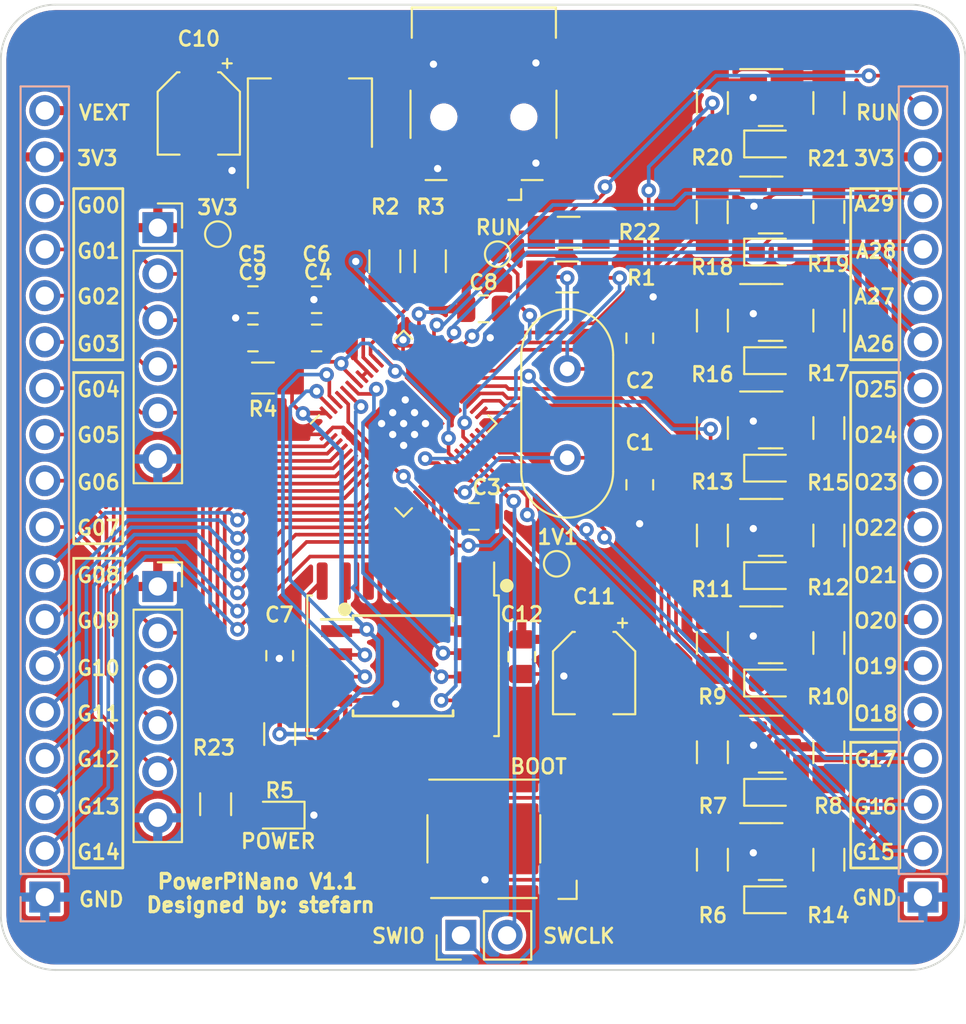
<source format=kicad_pcb>
(kicad_pcb (version 20221018) (generator pcbnew)
  (layers (0 "F.Cu" signal) (31 "B.Cu" signal) (34 "B.Paste" user) (35 "F.Paste" user) (36 "B.SilkS" user "B.Silkscreen") (37 "F.SilkS" user "F.Silkscreen") (38 "B.Mask" user) (39 "F.Mask" user) (44 "Edge.Cuts" user))
  (net 0 "")
  (net 1 "GND")
  (net 2 "Net-(U1-XIN)")
  (net 3 "/+1V1")
  (net 4 "+3V3")
  (net 5 "/SWDIO")
  (net 6 "/SWCLK")
  (net 7 "Net-(U1-XOUT)")
  (net 8 "USB_D+")
  (net 9 "Net-(U1-USB_DP)")
  (net 10 "USB_D-")
  (net 11 "Net-(U1-USB_DM)")
  (net 12 "QSPI_SS")
  (net 13 "GPIO0")
  (net 14 "Net-(Q1-B)")
  (net 15 "GPIO2")
  (net 16 "GPIO3")
  (net 17 "GPIO4")
  (net 18 "GPIO5")
  (net 19 "GPIO6")
  (net 20 "GPIO7")
  (net 21 "GPIO8")
  (net 22 "GPIO9")
  (net 23 "GPIO10")
  (net 24 "GPIO11")
  (net 25 "GPIO12")
  (net 26 "GPIO13")
  (net 27 "GPIO14")
  (net 28 "GPIO15")
  (net 29 "GPIO16")
  (net 30 "GPIO17")
  (net 31 "GPIO18")
  (net 32 "GPIO19")
  (net 33 "GPIO20")
  (net 34 "GPIO21")
  (net 35 "GPIO22")
  (net 36 "GPIO23")
  (net 37 "GPIO24")
  (net 38 "GPIO25")
  (net 39 "GPIO26_ADC0")
  (net 40 "GPIO27_ADC1")
  (net 41 "GPIO28_ADC2")
  (net 42 "GPIO29_ADC3")
  (net 43 "QSPI_SD3")
  (net 44 "QSPI_SCLK")
  (net 45 "QSPI_SD0")
  (net 46 "QSPI_SD2")
  (net 47 "QSPI_SD1")
  (net 57 "OUT18")
  (net 58 "Net-(Q2-B)")
  (net 59 "OUT19")
  (net 60 "Net-(Q3-B)")
  (net 61 "OUT20")
  (net 62 "Net-(Q4-B)")
  (net 63 "OUT21")
  (net 64 "Net-(Q5-B)")
  (net 65 "OUT22")
  (net 66 "Net-(Q6-B)")
  (net 67 "OUT23")
  (net 68 "Net-(Q7-B)")
  (net 69 "OUT24")
  (net 70 "Net-(Q8-B)")
  (net 71 "OUT25")
  (net 72 "Net-(D2-A)")
  (net 73 "Net-(D3-A)")
  (net 74 "Net-(D4-A)")
  (net 75 "Net-(D1-A)")
  (net 76 "Net-(D5-A)")
  (net 77 "Net-(D6-A)")
  (net 78 "Net-(D7-A)")
  (net 79 "Net-(D8-A)")
  (net 80 "GPIO1")
  (net 81 "V_EXT")
  (net 82 "Net-(R5-Pad1)")
  (net 83 "Net-(C2-Pad2)")
  (net 84 "RUN")
  (net 85 "Net-(D9-A)")
  (footprint "Capacitor_SMD:CP_Elec_4x3" (layer "F.Cu") (at 154.6 115.7 -90)
    (fp_text reference "C11")
    (fp_text value "10µF")
  )
  (footprint "Package_TO_SOT_SMD:SOT-23" (layer "F.Cu") (at 164.3 107.7)
    (fp_text reference "Q4" hide)
    (fp_text value "MMBT3904")
  )
  (footprint "miscellaneous:Mini_USB" (layer "F.Cu") (at 148.62 84.42 180)
    (fp_text reference "J2" hide)
    (fp_text value "USB_B_Mini" hide)
  )
  (footprint "Capacitor_SMD:C_0805_2012Metric" (layer "F.Cu") (at 150.625 114.8 90)
    (fp_text reference "C12")
    (fp_text value "100nF")
  )
  (footprint "Package_DFN_QFN:QFN-56-1EP_7x7mm_P0.4mm_EP3.2x3.2mm" (layer "F.Cu") (at 144.131371 102 45)
    (fp_text reference "U1" hide)
    (fp_text value "RP2040")
  )
  (footprint "Package_TO_SOT_SMD:SOT-23" (layer "F.Cu") (at 164.3 95.9)
    (fp_text reference "Q6" hide)
    (fp_text value "MMBT3904")
  )
  (footprint "Capacitor_SMD:C_0805_2012Metric" (layer "F.Cu") (at 139.35 97.3 180)
    (fp_text reference "C4")
    (fp_text value "100nF")
  )
  (footprint "TestPoint:TestPoint_Pad_D1.0mm" (layer "F.Cu") (at 149.3 92.7)
    (fp_text reference "TP3" hide)
    (fp_text value "RUN")
  )
  (footprint "LED_SMD:LED_0603_1608Metric" (layer "F.Cu") (at 164.333129 128.1475)
    (fp_text reference "D1" hide)
    (fp_text value "LED")
  )
  (footprint "Capacitor_SMD:C_0805_2012Metric" (layer "F.Cu") (at 157.109887 105.362742 90)
    (fp_text reference "C1")
    (fp_text value "56pF")
  )
  (footprint "Resistor_SMD:R_MiniMELF_MMA-0204" (layer "F.Cu") (at 167.5 108.1475 90)
    (fp_text reference "R12")
    (fp_text value "1k")
  )
  (footprint "Package_SO:SOIC-8W_5.3x5.3mm_P1.27mm" (layer "F.Cu") (at 144.1 115.3)
    (fp_text reference "U2" hide)
    (fp_text value "AT25xxx")
  )
  (footprint "Resistor_SMD:R_MiniMELF_MMA-0204" (layer "F.Cu") (at 161.1 102.2475 90)
    (fp_text reference "R13")
    (fp_text value "1K")
  )
  (footprint "Resistor_SMD:R_MiniMELF_MMA-0204" (layer "F.Cu") (at 167.5 102.2475 90)
    (fp_text reference "R15")
    (fp_text value "1k")
  )
  (footprint "Resistor_SMD:R_MiniMELF_MMA-0204" (layer "F.Cu") (at 143.1 93.087258 -90)
    (fp_text reference "R2")
    (fp_text value "27R")
  )
  (footprint "Resistor_SMD:R_MiniMELF_MMA-0204" (layer "F.Cu") (at 167.5 90.385 90)
    (fp_text reference "R19")
    (fp_text value "1k")
  )
  (footprint "Resistor_SMD:R_MiniMELF_MMA-0204" (layer "F.Cu") (at 133.8 122.9 -90)
    (fp_text reference "R23")
    (fp_text value "1k")
  )
  (footprint "Resistor_SMD:R_MiniMELF_MMA-0204" (layer "F.Cu") (at 167.5 96.3475 90)
    (fp_text reference "R17")
    (fp_text value "1k")
  )
  (footprint "Resistor_SMD:R_MiniMELF_MMA-0204" (layer "F.Cu") (at 161.1 84.4 90)
    (fp_text reference "R20")
    (fp_text value "1K")
  )
  (footprint "Capacitor_SMD:C_0805_2012Metric" (layer "F.Cu") (at 157.109887 97.312742 -90)
    (fp_text reference "C2")
    (fp_text value "56pF")
  )
  (footprint "Resistor_SMD:R_MiniMELF_MMA-0204" (layer "F.Cu") (at 136.4 99.5 180)
    (fp_text reference "R4")
    (fp_text value "10k")
  )
  (footprint "Resistor_SMD:R_MiniMELF_MMA-0204" (layer "F.Cu") (at 153.120629 93.95 180)
    (fp_text reference "R1")
    (fp_text value "1K")
  )
  (footprint "Capacitor_SMD:C_0805_2012Metric" (layer "F.Cu") (at 137.320629 114.7475 -90)
    (fp_text reference "C7")
    (fp_text value "100nF")
  )
  (footprint "miscellaneous:6x6mm_smd_tactile_button" (layer "F.Cu") (at 148.49 124.7 180)
    (fp_text reference "SW1" hide)
    (fp_text value "BOOT")
  )
  (footprint "LED_SMD:LED_0603_1608Metric" (layer "F.Cu") (at 137.2 123.5 180)
    (fp_text reference "D9" hide)
    (fp_text value "PWR")
  )
  (footprint "TestPoint:TestPoint_Pad_D1.0mm" (layer "F.Cu") (at 133.920629 91.6)
    (fp_text reference "TP2" hide)
    (fp_text value "+3V3")
  )
  (footprint "Resistor_SMD:R_MiniMELF_MMA-0204" (layer "F.Cu") (at 161.1 120.0475 90)
    (fp_text reference "R7")
    (fp_text value "1K")
  )
  (footprint "Connector_PinSocket_2.54mm:PinSocket_1x06_P2.54mm_Vertical" (layer "F.Cu") (at 130.624956 91.245056)
    (fp_text reference "J3" hide)
    (fp_text value "resistor network 1")
  )
  (footprint "Crystal:Crystal_HC49-4H_Vertical" (layer "F.Cu") (at 153.120629 99 -90)
    (fp_text reference "Y1" hide)
    (fp_text value "12MHz")
  )
  (footprint "LED_SMD:LED_0603_1608Metric" (layer "F.Cu") (at 164.333129 122.2475)
    (fp_text reference "D2" hide)
    (fp_text value "LED")
  )
  (footprint "Resistor_SMD:R_MiniMELF_MMA-0204" (layer "F.Cu") (at 167.5 114.0475 90)
    (fp_text reference "R10")
    (fp_text value "1k")
  )
  (footprint "Package_TO_SOT_SMD:SOT-23" (layer "F.Cu") (at 164.3 113.6)
    (fp_text reference "Q3" hide)
    (fp_text value "MMBT3904")
  )
  (footprint "Package_TO_SOT_SMD:SOT-23" (layer "F.Cu") (at 164.3 90)
    (fp_text reference "Q7" hide)
    (fp_text value "MMBT3904")
  )
  (footprint "Capacitor_SMD:C_0805_2012Metric" (layer "F.Cu") (at 148 107.1)
    (fp_text reference "C3")
    (fp_text value "1µF")
  )
  (footprint "Capacitor_SMD:C_0805_2012Metric" (layer "F.Cu") (at 135.85 97.3 180)
    (fp_text reference "C9")
    (fp_text value "100nF")
  )
  (footprint "Resistor_SMD:R_MiniMELF_MMA-0204" (layer "F.Cu") (at 137.320629 119.0475 90)
    (fp_text reference "R5")
    (fp_text value "1k")
  )
  (footprint "Resistor_SMD:R_MiniMELF_MMA-0204" (layer "F.Cu") (at 161.1 114.0475 90)
    (fp_text reference "R9")
    (fp_text value "1K")
  )
  (footprint "Resistor_SMD:R_MiniMELF_MMA-0204" (layer "F.Cu") (at 167.5 120.0475 90)
    (fp_text reference "R8")
    (fp_text value "1k")
  )
  (footprint "Resistor_SMD:R_MiniMELF_MMA-0204" (layer "F.Cu") (at 153.2 91.5)
    (fp_text reference "R22")
    (fp_text value "100k")
  )
  (footprint "Resistor_SMD:R_MiniMELF_MMA-0204" (layer "F.Cu") (at 145.6 93.087258 -90)
    (fp_text reference "R3")
    (fp_text value "27R")
  )
  (footprint "Resistor_SMD:R_MiniMELF_MMA-0204" (layer "F.Cu") (at 161.09 90.4 90)
    (fp_text reference "R18")
    (fp_text value "1K")
  )
  (footprint "LED_SMD:LED_0603_1608Metric" (layer "F.Cu") (at 164.333129 98.5475)
    (fp_text reference "D6" hide)
    (fp_text value "LED")
  )
  (footprint "Package_TO_SOT_SMD:SOT-23" (layer "F.Cu") (at 164.3 125.5)
    (fp_text reference "Q1" hide)
    (fp_text value "MMBT3904")
  )
  (footprint "Resistor_SMD:R_MiniMELF_MMA-0204" (layer "F.Cu") (at 167.5 125.9475 90)
    (fp_text reference "R14")
    (fp_text value "1k")
  )
  (footprint "Package_TO_SOT_SMD:SOT-23" (layer "F.Cu") (at 164.3 101.8)
    (fp_text reference "Q5" hide)
    (fp_text value "MMBT3904")
  )
  (footprint "Resistor_SMD:R_MiniMELF_MMA-0204" (layer "F.Cu") (at 161.1 125.9475 90)
    (fp_text reference "R6")
    (fp_text value "1K")
  )
  (footprint "Resistor_SMD:R_MiniMELF_MMA-0204" (layer "F.Cu") (at 161.1 96.3475 90)
    (fp_text reference "R16")
    (fp_text value "1K")
  )
  (footprint "LED_SMD:LED_0603_1608Metric" (layer "F.Cu") (at 164.333129 86.6475)
    (fp_text reference "D8" hide)
    (fp_text value "LED")
  )
  (footprint "Capacitor_SMD:C_0805_2012Metric" (layer "F.Cu") (at 148.520629 95.7)
    (fp_text reference "C8")
    (fp_text value "100nF")
  )
  (footprint "TestPoint:TestPoint_Pad_D1.0mm" (layer "F.Cu") (at 152.540629 109.7)
    (fp_text reference "TP1" hide)
    (fp_text value "+1V1")
  )
  (footprint "Resistor_SMD:R_MiniMELF_MMA-0204" (layer "F.Cu") (at 161.1 108.1475 90)
    (fp_text reference "R11")
    (fp_text value "1K")
  )
  (footprint "Package_SO:SOIC-16W_7.5x10.3mm_P1.27mm" (layer "F.Cu") (at 144.1 115.3 -90)
    (fp_text reference "U4" hide)
    (fp_text value "MX25L12854EMI")
  )
  (footprint "LED_SMD:LED_0603_1608Metric" (layer "F.Cu") (at 164.333129 110.3475)
    (fp_text reference "D4" hide)
    (fp_text value "LED")
  )
  (footprint "Capacitor_SMD:C_0805_2012Metric" (layer "F.Cu") (at 139.35 95.2)
    (fp_text reference "C6")
    (fp_text value "1µF")
  )
  (footprint "LED_SMD:LED_0603_1608Metric" (layer "F.Cu") (at 164.333129 92.585)
    (fp_text reference "D7" hide)
    (fp_text value "LED")
  )
  (footprint "LED_SMD:LED_0603_1608Metric" (layer "F.Cu") (at 164.333129 116.2475)
    (fp_text reference "D3" hide)
    (fp_text value "LED")
  )
  (footprint "Resistor_SMD:R_MiniMELF_MMA-0204" (layer "F.Cu") (at 167.5 84.4 90)
    (fp_text reference "R21")
    (fp_text value "1k")
  )
  (footprint "Package_TO_SOT_SMD:SOT-223-3_TabPin2" (layer "F.Cu") (at 138.981371 84.96 90)
    (fp_text reference "U3" hide)
    (fp_text value "AP1117-33")
  )
  (footprint "Capacitor_SMD:C_0805_2012Metric" (layer "F.Cu") (at 135.85 95.2)
    (fp_text reference "C5")
    (fp_text value "100nF")
  )
  (footprint "Package_TO_SOT_SMD:SOT-23" (layer "F.Cu") (at 164.3 119.6)
    (fp_text reference "Q2" hide)
    (fp_text value "MMBT3904")
  )
  (footprint "Connector_PinSocket_2.54mm:PinSocket_1x06_P2.54mm_Vertical" (layer "F.Cu") (at 130.620629 110.9475)
    (fp_text reference "J6" hide)
    (fp_text value "resistor network 2")
  )
  (footprint "LED_SMD:LED_0603_1608Metric" (layer "F.Cu") (at 164.333129 104.4475)
    (fp_text reference "D5" hide)
    (fp_text value "LED")
  )
  (footprint "Package_TO_SOT_SMD:SOT-23" (layer "F.Cu") (at 164.3 84.1)
    (fp_text reference "Q8" hide)
    (fp_text value "MMBT3904")
  )
  (footprint "Connector_PinHeader_2.54mm:PinHeader_1x02_P2.54mm_Vertical" (layer "F.Cu") (at 147.276371 130.1 90)
    (fp_text reference "J1" hide)
    (fp_text value "SW_interface")
  )
  (footprint "Capacitor_SMD:CP_Elec_4x3" (layer "F.Cu") (at 132.875 84.975 -90)
    (fp_text reference "C10")
    (fp_text value "10µF")
  )
  (footprint "Connector_PinHeader_2.54mm:PinHeader_1x18_P2.54mm_Vertical" (layer "B.Cu") (at 172.671371 128)
    (fp_text reference "J4" hide)
    (fp_text value "IOs")
  )
  (footprint "Connector_PinHeader_2.54mm:PinHeader_1x18_P2.54mm_Vertical" (layer "B.Cu") (at 124.411371 128)
    (fp_text reference "J5" hide)
    (fp_text value "IOs")
  )
  (gr_rect (start 168.7 119.5) (end 171.4 126.4) (stroke (width 0.15)) (fill none) (layer "F.SilkS"))
  (gr_line (start 126 89.1) (end 128.7 89.1) (stroke (width 0.15)) (layer "F.SilkS"))
  (gr_rect (start 126 99.2) (end 128.7 108.6) (stroke (width 0.15)) (fill none) (layer "F.SilkS"))
  (gr_rect (start 168.7 89.1) (end 171.4 98.5) (stroke (width 0.15)) (fill none) (layer "F.SilkS"))
  (gr_line (start 128.7 98.5) (end 126 98.5) (stroke (width 0.15)) (layer "F.SilkS"))
  (gr_circle (center 149.8 110.9) (end 150.1 110.9) (stroke (width 0.15)) (fill solid) (layer "F.SilkS"))
  (gr_rect (start 126 109.4) (end 128.7 126.4) (stroke (width 0.15)) (fill none) (layer "F.SilkS"))
  (gr_circle (center 140.9 112.2) (end 141.2 112.2) (stroke (width 0.15)) (fill solid) (layer "F.SilkS"))
  (gr_rect (start 168.7 99.2) (end 171.4 118.8) (stroke (width 0.15)) (fill none) (layer "F.SilkS"))
  (gr_line (start 128.7 89.1) (end 128.7 98.5) (stroke (width 0.15)) (layer "F.SilkS"))
  (gr_line (start 126 98.5) (end 126 89.1) (stroke (width 0.15)) (layer "F.SilkS"))
  (gr_arc (start 122 82) (mid 122.87868 79.87868) (end 125 79) (stroke (width 0.1)) (layer "Edge.Cuts"))
  (gr_arc (start 125 132) (mid 122.87868 131.12132) (end 122 129) (stroke (width 0.1)) (layer "Edge.Cuts"))
  (gr_line (start 122 129) (end 122 82) (stroke (width 0.1)) (layer "Edge.Cuts"))
  (gr_arc (start 172 79) (mid 174.12132 79.87868) (end 175 82) (stroke (width 0.1)) (layer "Edge.Cuts"))
  (gr_line (start 175 82) (end 175 129) (stroke (width 0.1)) (layer "Edge.Cuts"))
  (gr_line (start 172 132) (end 125 132) (stroke (width 0.1)) (layer "Edge.Cuts"))
  (gr_arc (start 175 129) (mid 174.12132 131.12132) (end 172 132) (stroke (width 0.1)) (layer "Edge.Cuts"))
  (gr_line (start 125 79) (end 172 79) (stroke (width 0.1)) (layer "Edge.Cuts"))
  (gr_text "G16" (at 168.8 123.5) (layer "F.SilkS") (effects (font (size 0.8 0.8)) (justify left bottom)))
  (gr_text "G11" (at 126.1 118.4) (layer "F.SilkS") (effects (font (size 0.8 0.8)) (justify left bottom)))
  (gr_text "G06" (at 126.1 105.7) (layer "F.SilkS") (effects (font (size 0.8 0.8)) (justify left bottom)))
  (gr_text "O24" (at 168.8 103.1) (layer "F.SilkS") (effects (font (size 0.8 0.8)) (justify left bottom)))
  (gr_text "3V3" (at 126.1 87.9) (layer "F.SilkS") (effects (font (size 0.8 0.8)) (justify left bottom)))
  (gr_text "G15" (at 168.7 126) (layer "F.SilkS") (effects (font (size 0.8 0.8)) (justify left bottom)))
  (gr_text "SWIO" (at 142.3 130.6) (layer "F.SilkS") (effects (font (size 0.8 0.8)) (justify left bottom)))
  (gr_text "1V1" (at 151.4 108.7) (layer "F.SilkS") (effects (font (size 0.8 0.8)) (justify left bottom)))
  (gr_text " PowerPiNano V1.1\nDesigned by: stefarn" (at 129.9 128.9) (layer "F.SilkS") (effects (font (size 0.8 0.8) (thickness 0.1875) bold) (justify left bottom)))
  (gr_text "G14" (at 126.1 126) (layer "F.SilkS") (effects (font (size 0.8 0.8)) (justify left bottom)))
  (gr_text "G12" (at 126.1 120.9) (layer "F.SilkS") (effects (font (size 0.8 0.8)) (justify left bottom)))
  (gr_text "O20" (at 168.8 113.3) (layer "F.SilkS") (effects (font (size 0.8 0.8)) (justify left bottom)))
  (gr_text "3V3" (at 132.7 90.6) (layer "F.SilkS") (effects (font (size 0.8 0.8)) (justify left bottom)))
  (gr_text "SWCLK" (at 151.7 130.6) (layer "F.SilkS") (effects (font (size 0.8 0.8)) (justify left bottom)))
  (gr_text "G00" (at 126.1 90.5) (layer "F.SilkS") (effects (font (size 0.8 0.8)) (justify left bottom)))
  (gr_text "RUN" (at 148 91.7) (layer "F.SilkS") (effects (font (size 0.8 0.8)) (justify left bottom)))
  (gr_text "GND" (at 126.2 128.6) (layer "F.SilkS") (effects (font (size 0.8 0.8)) (justify left bottom)))
  (gr_text "G02" (at 126.1 95.5) (layer "F.SilkS") (effects (font (size 0.8 0.8)) (justify left bottom)))
  (gr_text "O21" (at 168.8 110.8) (layer "F.SilkS") (effects (font (size 0.8 0.8)) (justify left bottom)))
  (gr_text "O19" (at 168.8 115.8) (layer "F.SilkS") (effects (font (size 0.8 0.8)) (justify left bottom)))
  (gr_text "POWER" (at 135.1 125.4) (layer "F.SilkS") (effects (font (size 0.8 0.8)) (justify left bottom)))
  (gr_text "G07" (at 126.1 108.2) (layer "F.SilkS") (effects (font (size 0.8 0.8)) (justify left bottom)))
  (gr_text "G03" (at 126.1 98.1) (layer "F.SilkS") (effects (font (size 0.8 0.8)) (justify left bottom)))
  (gr_text "G01" (at 126.1 93) (layer "F.SilkS") (effects (font (size 0.8 0.8)) (justify left bottom)))
  (gr_text "G04" (at 126.1 100.6) (layer "F.SilkS") (effects (font (size 0.8 0.8)) (justify left bottom)))
  (gr_text "A26" (at 168.8 98.1) (layer "F.SilkS") (effects (font (size 0.8 0.8)) (justify left bottom)))
  (gr_text "O23" (at 168.8 105.7) (layer "F.SilkS") (effects (font (size 0.8 0.8)) (justify left bottom)))
  (gr_text "G09" (at 126.1 113.3) (layer "F.SilkS") (effects (font (size 0.8 0.8)) (justify left bottom)))
  (gr_text "GND" (at 168.7 128.5) (layer "F.SilkS") (effects (font (size 0.8 0.8)) (justify left bottom)))
  (gr_text "G05" (at 126.1 103.1) (layer "F.SilkS") (effects (font (size 0.8 0.8)) (justify left bottom)))
  (gr_text "A27" (at 168.8 95.5) (layer "F.SilkS") (effects (font (size 0.8 0.8)) (justify left bottom)))
  (gr_text "3V3" (at 168.8 87.9) (layer "F.SilkS") (effects (font (size 0.8 0.8)) (justify left bottom)))
  (gr_text "O25" (at 168.8 100.6) (layer "F.SilkS") (effects (font (size 0.8 0.8)) (justify left bottom)))
  (gr_text "G17" (at 168.8 120.9) (layer "F.SilkS") (effects (font (size 0.8 0.8)) (justify left bottom)))
  (gr_text "O18" (at 168.8 118.4) (layer "F.SilkS") (effects (font (size 0.8 0.8)) (justify left bottom)))
  (gr_text "G08" (at 126.1 110.8) (layer "F.SilkS") (effects (font (size 0.8 0.8)) (justify left bottom)))
  (gr_text "VEXT" (at 126.2 85.4) (layer "F.SilkS") (effects (font (size 0.8 0.8)) (justify left bottom)))
  (gr_text "G10" (at 126.1 115.9) (layer "F.SilkS") (effects (font (size 0.8 0.8)) (justify left bottom)))
  (gr_text "A28" (at 168.9 93) (layer "F.SilkS") (effects (font (size 0.8 0.8)) (justify left bottom)))
  (gr_text "RUN" (at 168.9 85.4) (layer "F.SilkS") (effects (font (size 0.8 0.8)) (justify left bottom)))
  (gr_text "BOOT" (at 149.9 121.3) (layer "F.SilkS") (effects (font (size 0.8 0.8)) (justify left bottom)))
  (gr_text "A29" (at 168.8 90.4) (layer "F.SilkS") (effects (font (size 0.8 0.8)) (justify left bottom)))
  (gr_text "G13" (at 126.1 123.5) (layer "F.SilkS") (effects (font (size 0.8 0.8)) (justify left bottom)))
  (gr_text "O22" (at 168.8 108.2) (layer "F.SilkS") (effects (font (size 0.8 0.8)) (justify left bottom)))
  (segment (start 157.109887 107.490113) (end 157.109887 106.312742) (width 0.2) (layer "F.Cu") (net 1))
  (segment (start 151.4 82.2) (end 151.47 82.27) (width 0.5) (layer "F.Cu") (net 1))
  (segment (start 163.3625 84.125) (end 163.3375 84.1) (width 0.25) (layer "F.Cu") (net 1))
  (segment (start 145.189456 104.76029) (end 145.174873 104.774873) (width 0.2) (layer "F.Cu") (net 1))
  (segment (start 149.470629 96.708755) (end 148.889692 97.289692) (width 0.2) (layer "F.Cu") (net 1))
  (segment (start 163.3625 101.881871) (end 163.3475 101.866871) (width 0.25) (layer "F.Cu") (net 1))
  (segment (start 163.3625 85.05) (end 163.3625 84.125) (width 0.5) (layer "F.Cu") (net 1))
  (segment (start 144.541371 127.05) (end 152.541371 127.05) (width 0.2) (layer "F.Cu") (net 1))
  (segment (start 134.9 97.3) (end 134.9 95.2) (width 0.2) (layer "F.Cu") (net 1))
  (segment (start 140.925 119.95) (end 140.925 117.68) (width 0.25) (layer "F.Cu") (net 1))
  (segment (start 138.4 95.4) (end 138.4 95.2) (width 0.2) (layer "F.Cu") (net 1))
  (segment (start 152.821371 115.75) (end 154.581371 117.51) (width 0.2) (layer "F.Cu") (net 1))
  (segment (start 137.320629 114.917629) (end 137.320629 115.6975) (width 0.2) (layer "F.Cu") (net 1))
  (segment (start 145.77 87.77) (end 146 88) (width 0.5) (layer "F.Cu") (net 1))
  (segment (start 137.3 114.897) (end 137.320629 114.917629) (width 0.2) (layer "F.Cu") (net 1))
  (segment (start 163.3625 113.681871) (end 163.3475 113.666871) (width 0.25) (layer "F.Cu") (net 1))
  (segment (start 149.470629 95.7) (end 149.470629 96.708755) (width 0.2) (layer "F.Cu") (net 1))
  (segment (start 146.558579 105.841421) (end 145.854944 105.137786) (width 0.2) (layer "F.Cu") (net 1))
  (segment (start 163.3625 120.55) (end 163.3625 119.6645) (width 0.5) (layer "F.Cu") (net 1))
  (segment (start 150.620629 115.75) (end 152.821371 115.75) (width 0.2) (layer "F.Cu") (net 1))
  (segment (start 151.47 87.77) (end 152.97 87.77) (width 0.5) (layer "F.Cu") (net 1))
  (segment (start 134.21 88.11) (end 136.681371 88.11) (width 0.2) (layer "F.Cu") (net 1))
  (segment (start 163.3475 125.566871) (end 163.3625 125.581871) (width 0.25) (layer "F.Cu") (net 1))
  (segment (start 145.47745 104.76029) (end 145.189456 104.76029) (width 0.2) (layer "F.Cu") (net 1))
  (segment (start 144.131371 103.731371) (end 144.131371 103.2) (width 0.2) (layer "F.Cu") (net 1))
  (segment (start 144.07 87.77) (end 145.77 87.77) (width 0.5) (layer "F.Cu") (net 1))
  (segment (start 146.27 88.27) (end 146 88) (width 0.5) (layer "F.Cu") (net 1))
  (segment (start 145.77 82.27) (end 144.07 82.27) (width 0.5) (layer "F.Cu") (net 1))
  (segment (start 157.1 107.5) (end 157.109887 107.490113) (width 0.2) (layer "F.Cu") (net 1))
  (segment (start 163.3625 90.95) (end 163.3625 90.089371) (width 0.5) (layer "F.Cu") (net 1))
  (segment (start 157.109887 96.362742) (end 157.109887 95.779357) (width 0.2) (layer "F.Cu") (net 1))
  (segment (start 163.3625 90.089371) (end 163.385 90.066871) (width 0.25) (layer "F.Cu") (net 1))
  (segment (start 132.861371 86.761371) (end 134.21 88.11) (width 0.2) (layer "F.Cu") (net 1))
  (segment (start 147.05 106.332842) (end 146.558579 105.841421) (width 0.2) (layer "F.Cu") (net 1))
  (segment (start 163.3625 102.75) (end 163.3625 101.881871) (width 0.5) (layer "F.Cu") (net 1))
  (segment (start 151.47 82.27) (end 152.97 82.27) (width 0.5) (layer "F.Cu") (net 1))
  (segment (start 163.3625 114.55) (end 163.3625 113.681871) (width 0.5) (layer "F.Cu") (net 1))
  (segment (start 139.2005 95.194709) (end 138.405291 95.194709) (width 0.2) (layer "F.Cu") (net 1))
  (segment (start 140.925 117.68) (end 140.45 117.205) (width 0.25) (layer "F.Cu") (net 1))
  (segment (start 137.9875 123.5) (end 139.2 123.5) (width 0.2) (layer "F.Cu") (net 1))
  (segment (start 157.109887 95.779357) (end 157.844622 95.044622) (width 0.2) (layer "F.Cu") (net 1))
  (segment (start 151.4 87.7) (end 151.47 87.77) (width 0.5) (layer "F.Cu") (net 1))
  (segment (start 140.3 97.3) (end 138.4 95.4) (width 0.2) (layer "F.Cu") (net 1))
  (segment (start 146.94 88.27) (end 146.27 88.27) (width 0.5) (layer "F.Cu") (net 1))
  (segment (start 138.405291 95.194709) (end 138.4 95.2) (width 0.2) (layer "F.Cu") (net 1))
  (segment (start 145.854944 105.137786) (end 145.47745 104.76029) (width 0.2) (layer "F.Cu") (net 1))
  (segment (start 147.05 107.1) (end 147.05 106.332842) (width 0.2) (layer "F.Cu") (net 1))
  (segment (start 140.643017 96.956983) (end 140.3 97.3) (width 0.2) (layer "F.Cu") (net 1))
  (segment (start 163.3625 126.45) (end 163.3625 125.581871) (width 0.5) (layer "F.Cu") (net 1))
  (segment (start 140.45 117.205) (end 143.505 117.205) (width 0.25) (layer "F.Cu") (net 1))
  (segment (start 145.174873 104.774873) (end 144.131371 103.731371) (width 0.2) (layer "F.Cu") (net 1))
  (segment (start 163.3625 108.65) (end 163.3625 107.781871) (width 0.5) (layer "F.Cu") (net 1))
  (segment (start 163.3625 96.85) (end 163.3625 95.981871) (width 0.5) (layer "F.Cu") (net 1))
  (segment (start 163.3625 95.981871) (end 163.3475 95.966871) (width 0.25) (layer "F.Cu") (net 1))
  (segment (start 163.3625 107.781871) (end 163.3475 107.766871) (width 0.25) (layer "F.Cu") (net 1))
  (segment (start 132.861371 86.76) (end 132.861371 86.761371) (width 0.2) (layer "F.Cu") (net 1))
  (segment (start 143.505 117.205) (end 143.7 117.4) (width 0.25) (layer "F.Cu") (net 1))
  (via (at 139.2005 95.194709) (size 0.8) (drill 0.4) (layers "F.Cu" "B.Cu") (net 1))
  (via (at 144.731371 101.4) (size 0.8) (drill 0.4) (layers "F.Cu" "B.Cu") (net 1))
  (via (at 163.3475 101.866871) (size 0.8) (drill 0.4) (layers "F.Cu" "B.Cu") (net 1))
  (via (at 144.731371 102.6) (size 0.8) (drill 0.4) (layers "F.Cu" "B.Cu") (net 1))
  (via (at 163.3375 84.1) (size 0.8) (drill 0.4) (layers "F.Cu" "B.Cu") (net 1))
  (via (at 143.531371 101.4) (size 0.8) (drill 0.4) (layers "F.Cu" "B.Cu") (net 1))
  (via (at 137.3 114.897) (size 0.8) (drill 0.4) (layers "F.Cu" "B.Cu") (net 1))
  (via (at 148.889692 97.289692) (size 0.8) (drill 0.4) (layers "F.Cu" "B.Cu") (net 1))
  (via (at 134.9 96.2) (size 0.8) (drill 0.4) (layers "F.Cu" "B.Cu") (net 1))
  (via (at 157.1 107.5) (size 0.8) (drill 0.4) (layers "F.Cu" "B.Cu") (net 1))
  (via (at 163.385 90.066871) (size 0.8) (drill 0.4) (layers "F.Cu" "B.Cu") (net 1))
  (via (at 144.131371 103.2) (size 0.8) (drill 0.4) (layers "F.Cu" "B.Cu") (net 1))
  (via (at 142.920629 102) (size 0.8) (drill 0.4) (layers "F.Cu" "B.Cu") (net 1))
  (via (at 163.3475 113.666871) (size 0.8) (drill 0.4) (layers "F.Cu" "B.Cu") (net 1))
  (via (at 134.7 88.11) (size 0.8) (drill 0.4) (layers "F.Cu" "B.Cu") (net 1))
  (via (at 148.6 127.05) (size 0.8) (drill 0.4) (layers "F.Cu" "B.Cu") (net 1))
  (via (at 146 88) (size 0.8) (drill 0.4) (layers "F.Cu" "B.Cu") (net 1))
  (via (at 163.3475 125.566871) (size 0.8) (drill 0.4) (layers "F.Cu" "B.Cu") (net 1))
  (via (at 139.2 123.5) (size 0.8) (drill 0.4) (layers "F.Cu" "B.Cu") (net 1))
  (via (at 157.844622 95.044622) (size 0.8) (drill 0.4) (layers "F.Cu" "B.Cu") (net 1))
  (via (at 151.4 87.7) (size 0.8) (drill 0.4) (layers "F.Cu" "B.Cu") (net 1))
  (via (at 163.3625 119.6645) (size 0.8) (drill 0.4) (layers "F.Cu" "B.Cu") (net 1))
  (via (at 145.331371 102) (size 0.8) (drill 0.4) (layers "F.Cu" "B.Cu") (net 1))
  (via (at 144.220629 100.7) (size 0.8) (drill 0.4) (layers "F.Cu" "B.Cu") (net 1))
  (via (at 143.7 117.4) (size 0.8) (drill 0.4) (layers "F.Cu" "B.Cu") (net 1))
  (via (at 143.531371 102.6) (size 0.8) (drill 0.4) (layers "F.Cu" "B.Cu") (net 1))
  (via (at 163.3475 95.966871) (size 0.8) (drill 0.4) (layers "F.Cu" "B.Cu") (net 1))
  (via (at 152.935686 115.864314) (size 0.8) (drill 0.4) (layers "F.Cu" "B.Cu") (net 1))
  (via (at 145.77 82.27) (size 0.8) (drill 0.4) (layers "F.Cu" "B.Cu") (net 1))
  (via (at 144.131371 102) (size 0.8) (drill 0.4) (layers "F.Cu" "B.Cu") (net 1))
  (via (at 151.4 82.2) (size 0.8) (drill 0.4) (layers "F.Cu" "B.Cu") (net 1))
  (via (at 163.3475 107.766871) (size 0.8) (drill 0.4) (layers "F.Cu" "B.Cu") (net 1))
  (segment (start 156.577145 103.88) (end 157.109887 104.412742) (width 0.2) (layer "F.Cu") (net 2))
  (segment (start 147.492878 105.77918) (end 147.062022 105.77918) (width 0.2) (layer "F.Cu") (net 2))
  (segment (start 153.120629 103.88) (end 156.577145 103.88) (width 0.2) (layer "F.Cu") (net 2))
  (segment (start 147.062022 105.77918) (end 146.137786 104.854944) (width 0.2) (layer "F.Cu") (net 2))
  (via (at 147.492878 105.77918) (size 0.8) (drill 0.4) (layers "F.Cu" "B.Cu") (net 2))
  (segment (start 147.492878 105.77918) (end 149.392058 103.88) (width 0.2) (layer "B.Cu") (net 2))
  (segment (start 149.392058 103.88) (end 153.120629 103.88) (width 0.2) (layer "B.Cu") (net 2))
  (segment (start 147.598124 104.618226) (end 147.886854 104.618226) (width 0.2) (layer "F.Cu") (net 3))
  (segment (start 138.4 97.3) (end 136.8 95.7) (width 0.2) (layer "F.Cu") (net 3))
  (segment (start 146.6 102.8) (end 146.6 103.6201) (width 0.2) (layer "F.Cu") (net 3))
  (segment (start 139.710537 98.610537) (end 138.4 97.3) (width 0.2) (layer "F.Cu") (net 3))
  (segment (start 140.701356 98.7) (end 140.611893 98.610537) (width 0.2) (layer "F.Cu") (net 3))
  (segment (start 147.886854 104.618226) (end 148.870629 105.602001) (width 0.2) (layer "F.Cu") (net 3))
  (segment (start 140.611893 98.610537) (end 139.710537 98.610537) (width 0.2) (layer "F.Cu") (net 3))
  (segment (start 143.670845 99.129157) (end 143.670845 98.993889) (width 0.2) (layer "F.Cu") (net 3))
  (segment (start 140.701356 98.852828) (end 141.55927 99.710742) (width 0.2) (layer "F.Cu") (net 3))
  (segment (start 148.870629 105.602001) (end 148.870629 106.9) (width 0.2) (layer "F.Cu") (net 3))
  (segment (start 148.870629 106.9) (end 151.670629 109.7) (width 0.2) (layer "F.Cu") (net 3))
  (segment (start 146.986315 104.006415) (end 147.598124 104.618226) (width 0.2) (layer "F.Cu") (net 3))
  (segment (start 151.670629 109.7) (end 152.540629 109.7) (width 0.2) (layer "F.Cu") (net 3))
  (segment (start 143.670845 98.993889) (end 142.973484 98.296528) (width 0.2) (layer "F.Cu") (net 3))
  (segment (start 146.6 103.6201) (end 146.986315 104.006415) (width 0.2) (layer "F.Cu") (net 3))
  (segment (start 140.701356 98.7) (end 140.701356 98.852828) (width 0.2) (layer "F.Cu") (net 3))
  (segment (start 136.8 95.7) (end 136.8 95.2) (width 0.2) (layer "F.Cu") (net 3))
  (via (at 146.6 102.8) (size 0.8) (drill 0.4) (layers "F.Cu" "B.Cu") (net 3))
  (via (at 140.701356 98.7) (size 0.8) (drill 0.4) (layers "F.Cu" "B.Cu") (net 3))
  (via (at 143.670845 99.129157) (size 0.8) (drill 0.4) (layers "F.Cu" "B.Cu") (net 3))
  (segment (start 146.6 102.8) (end 146.6 101.7) (width 0.2) (layer "B.Cu") (net 3))
  (segment (start 146.6 101.7) (end 144.029157 99.129157) (width 0.2) (layer "B.Cu") (net 3))
  (segment (start 140.701356 98.7) (end 141.801356 97.6) (width 0.2) (layer "B.Cu") (net 3))
  (segment (start 141.801356 97.6) (end 142.220629 97.6) (width 0.2) (layer "B.Cu") (net 3))
  (segment (start 146.6 102.8) (end 146.7 102.8) (width 0.2) (layer "B.Cu") (net 3))
  (segment (start 143.670845 99.050216) (end 143.670845 99.129157) (width 0.2) (layer "B.Cu") (net 3))
  (segment (start 142.220629 97.6) (end 143.670845 99.050216) (width 0.2) (layer "B.Cu") (net 3))
  (segment (start 144.029157 99.129157) (end 143.670845 99.129157) (width 0.2) (layer "B.Cu") (net 3))
  (segment (start 147.7 95.829371) (end 147.570629 95.7) (width 0.2) (layer "F.Cu") (net 4))
  (segment (start 140.239708 102.214706) (end 139.862214 102.592202) (width 0.2) (layer "F.Cu") (net 4))
  (segment (start 167.2875 124.4475) (end 167.5 124.4475) (width 0.25) (layer "F.Cu") (net 4))
  (segment (start 146.4846 100.653921) (end 146.891663 100.653921) (width 0.2) (layer "F.Cu") (net 4))
  (segment (start 146.891663 100.653921) (end 147.269157 100.276427) (width 0.2) (layer "F.Cu") (net 4))
  (segment (start 135 99.8) (end 137.792202 102.592202) (width 0.2) (layer "F.Cu") (net 4))
  (segment (start 142.407798 105.137786) (end 142.8 104.745582) (width 0.2) (layer "F.Cu") (net 4))
  (segment (start 148.15 106.390256) (end 148.15 108.16055) (width 0.2) (layer "F.Cu") (net 4))
  (segment (start 167.275 106.6475) (end 167.4875 106.6475) (width 0.25) (layer "F.Cu") (net 4))
  (segment (start 148.15 108.16055) (end 148.3995 108.41005) (width 0.2) (layer "F.Cu") (net 4))
  (segment (start 167.108129 82.9475) (end 167.320629 82.9475) (width 0.25) (layer "F.Cu") (net 4))
  (segment (start 144.1 97.4) (end 144.1 98.269321) (width 0.2) (layer "F.Cu") (net 4))
  (segment (start 141.985006 99.285006) (end 141.842113 99.427899) (width 0.2) (layer "F.Cu") (net 4))
  (segment (start 143.435006 97.835006) (end 143.539169 97.730843) (width 0.2) (layer "F.Cu") (net 4))
  (segment (start 142.124956 99.145056) (end 141.5 98.5201) (width 0.2) (layer "F.Cu") (net 4))
  (segment (start 143.256326 98.013686) (end 143.435006 97.835006) (width 0.2) (layer "F.Cu") (net 4))
  (segment (start 147.432438 105.018225) (end 147.721168 105.018226) (width 0.2) (layer "F.Cu") (net 4))
  (segment (start 135.9 93.579371) (end 133.920629 91.6) (width 0.2) (layer "F.Cu") (net 4))
  (segment (start 135 99.4) (end 135 99.8) (width 0.2) (layer "F.Cu") (net 4))
  (segment (start 141.5 96.4) (end 140.3 95.2) (width 0.2) (layer "F.Cu") (net 4))
  (segment (start 148.470629 105.767687) (end 148.470629 106.069627) (width 0.2) (layer "F.Cu") (net 4))
  (segment (start 136.8 97.6) (end 135 99.4) (width 0.2) (layer "F.Cu") (net 4))
  (segment (start 140.814706 102.214706) (end 140.239708 102.214706) (width 0.2) (layer "F.Cu") (net 4))
  (segment (start 144.1 97.4) (end 144.1 97.730843) (width 0.2) (layer "F.Cu") (net 4))
  (segment (start 142.8 104.745582) (end 142.8 104.2) (width 0.2) (layer "F.Cu") (net 4))
  (segment (start 136.8 97.3) (end 136.8 97.6) (width 0.2) (layer "F.Cu") (net 4))
  (segment (start 135.9 96.4) (end 135.9 93.579371) (width 0.2) (layer "F.Cu") (net 4))
  (segment (start 148.3995 108.41005) (end 148.3995 109.129948) (width 0.2) (layer "F.Cu") (net 4))
  (segment (start 167.275 88.885) (end 167.4875 88.885) (width 0.25) (layer "F.Cu") (net 4))
  (segment (start 142.8 104.2) (end 140.814706 102.214706) (width 0.2) (layer "F.Cu") (net 4))
  (segment (start 167.275 94.8475) (end 167.4875 94.8475) (width 0.25) (layer "F.Cu") (net 4))
  (segment (start 144.1 97.730843) (end 143.539169 97.730843) (width 0.2) (layer "F.Cu") (net 4))
  (segment (start 167.275 100.7475) (end 167.4875 100.7475) (width 0.25) (layer "F.Cu") (net 4))
  (segment (start 147.275 110.254448) (end 147.275 110.65) (width 0.2) (layer "F.Cu") (net 4))
  (segment (start 144.1 98.269321) (end 146.4846 100.653921) (width 0.2) (layer "F.Cu") (net 4))
  (segment (start 167.5 100.7475) (end 167.5 101.1975) (width 0.5) (layer "F.Cu") (net 4))
  (segment (start 136.8 97.3) (end 135.9 96.4) (width 0.2) (layer "F.Cu") (net 4))
  (segment (start 137.792202 102.592202) (end 139.862214 102.592202) (width 0.2) (layer "F.Cu") (net 4))
  (segment (start 147.721168 105.018226) (end 148.470629 105.767687) (width 0.2) (layer "F.Cu") (net 4))
  (segment (start 144.723573 97.730843) (end 144.1 97.730843) (width 0.2) (layer "F.Cu") (net 4))
  (segment (start 142.124956 99.145056) (end 141.985006 99.285006) (width 0.2) (layer "F.Cu") (net 4))
  (segment (start 148.470629 106.069627) (end 148.15 106.390256) (width 0.2) (layer "F.Cu") (net 4))
  (segment (start 167.275 124.485) (end 167.4875 124.485) (width 0.25) (layer "F.Cu") (net 4))
  (segment (start 148.3995 109.129948) (end 147.275 110.254448) (width 0.2) (layer "F.Cu") (net 4))
  (segment (start 141.5 98.5201) (end 141.5 96.4) (width 0.2) (layer "F.Cu") (net 4))
  (segment (start 146.703472 104.289258) (end 147.432438 105.018225) (width 0.2) (layer "F.Cu") (net 4))
  (via (at 144.1 97.4) (size 0.8) (drill 0.4) (layers "F.Cu" "B.Cu") (net 4))
  (via (at 141.5 93.1) (size 0.8) (drill 0.4) (layers "F.Cu" "B.Cu") (net 4))
  (segment (start 144.1 96.1) (end 141.5 93.5) (width 0.2) (layer "B.Cu") (net 4))
  (segment (start 141.5 93.5) (end 141.5 93.1) (width 0.2) (layer "B.Cu") (net 4))
  (segment (start 144.1 97.4) (end 144.1 96.1) (width 0.2) (layer "B.Cu") (net 4))
  (segment (start 147.552 103.44073) (end 147.929494 103.818226) (width 0.2) (layer "F.Cu") (net 5))
  (segment (start 147.929494 103.818226) (end 148.218226 103.818226) (width 0.2) (layer "F.Cu") (net 5))
  (segment (start 148.218226 103.818226) (end 149.957647 105.557647) (width 0.2) (layer "F.Cu") (net 5))
  (segment (start 150.927384 106.016099) (end 150.927384 107.006755) (width 0.2) (layer "F.Cu") (net 5))
  (segment (start 149.957647 105.557647) (end 150.468932 105.557647) (width 0.2) (layer "F.Cu") (net 5))
  (segment (start 150.468932 105.557647) (end 150.927384 106.016099) (width 0.2) (layer "F.Cu") (net 5))
  (via (at 150.927384 107.006755) (size 0.8) (drill 0.4) (layers "F.Cu" "B.Cu") (net 5))
  (segment (start 148.746371 131.57) (end 147.276371 130.1) (width 0.2) (layer "B.Cu") (net 5))
  (segment (start 150.441371 131.57) (end 148.746371 131.57) (width 0.2) (layer "B.Cu") (net 5))
  (segment (start 151.281371 130.73) (end 150.441371 131.57) (width 0.2) (layer "B.Cu") (net 5))
  (segment (start 151.281371 107.360742) (end 151.281371 130.73) (width 0.2) (layer "B.Cu") (net 5))
  (segment (start 150.927384 107.006755) (end 151.281371 107.360742) (width 0.2) (layer "B.Cu") (net 5))
  (segment (start 150.091961 106.257647) (end 148.05254 104.218226) (width 0.2) (layer "F.Cu") (net 6))
  (segment (start 147.763809 104.218226) (end 147.269157 103.723573) (width 0.2) (layer "F.Cu") (net 6))
  (segment (start 148.05254 104.218226) (end 147.763809 104.218226) (width 0.2) (layer "F.Cu") (net 6))
  (segment (start 150.178982 106.257647) (end 150.091961 106.257647) (width 0.2) (layer "F.Cu") (net 6))
  (via (at 150.178982 106.257647) (size 0.8) (drill 0.4) (layers "F.Cu" "B.Cu") (net 6))
  (segment (start 150.220629 129.695742) (end 149.816371 130.1) (width 0.2) (layer "B.Cu") (net 6))
  (segment (start 150.178982 106.257647) (end 150.220629 106.299294) (width 0.2) (layer "B.Cu") (net 6))
  (segment (start 150.220629 106.299294) (end 150.220629 129.695742) (width 0.2) (layer "B.Cu") (net 6))
  (segment (start 153.070629 93.95) (end 153.120629 94) (width 0.2) (layer "F.Cu") (net 7))
  (segment (start 146.015589 104.167061) (end 146.420629 104.572101) (width 0.2) (layer "F.Cu") (net 7))
  (segment (start 151.620629 93.95) (end 153.070629 93.95) (width 0.2) (layer "F.Cu") (net 7))
  (segment (start 145.556304 104.167061) (end 146.015589 104.167061) (width 0.2) (layer "F.Cu") (net 7))
  (segment (start 145.315589 103.926346) (end 145.556304 104.167061) (width 0.2) (layer "F.Cu") (net 7))
  (via (at 145.315589 103.926346) (size 0.8) (drill 0.4) (layers "F.Cu" "B.Cu") (net 7))
  (via (at 153.120629 94) (size 0.8) (drill 0.4) (layers "F.Cu" "B.Cu") (net 7))
  (segment (start 146.973654 103.926346) (end 150.3 100.6) (width 0.2) (layer "B.Cu") (net 7))
  (segment (start 153.120629 96.289421) (end 153.120629 94) (width 0.2) (layer "B.Cu") (net 7))
  (segment (start 150.3 100.6) (end 150.3 99.11005) (width 0.2) (layer "B.Cu") (net 7))
  (segment (start 145.315589 103.926346) (end 146.973654 103.926346) (width 0.2) (layer "B.Cu") (net 7))
  (segment (start 150.3 99.11005) (end 153.120629 96.289421) (width 0.2) (layer "B.Cu") (net 7))
  (segment (start 148.561371 89.71) (end 147.734113 90.537258) (width 0.2) (layer "F.Cu") (net 8))
  (segment (start 144.15 90.537258) (end 143.1 91.587258) (width 0.2) (layer "F.Cu") (net 8))
  (segment (start 148.561371 88.26) (end 148.561371 89.71) (width 0.2) (layer "F.Cu") (net 8))
  (segment (start 147.734113 90.537258) (end 143.931371 90.537258) (width 0.2) (layer "F.Cu") (net 8))
  (segment (start 141.913145 95.774113) (end 141.913146 98.367563) (width 0.2) (layer "F.Cu") (net 9))
  (segment (start 143.1 94.587258) (end 141.913145 95.774113) (width 0.2) (layer "F.Cu") (net 9))
  (segment (start 141.913146 98.367563) (end 142.407798 98.862214) (width 0.2) (layer "F.Cu") (net 9))
  (segment (start 147.484113 91.587258) (end 149.361371 89.71) (width 0.2) (layer "F.Cu") (net 10))
  (segment (start 145.12 91.107258) (end 145.6 91.587258) (width 0.2) (layer "F.Cu") (net 10))
  (segment (start 145.381371 91.587258) (end 147.484113 91.587258) (width 0.2) (layer "F.Cu") (net 10))
  (segment (start 149.361371 89.71) (end 149.361371 88.26) (width 0.2) (layer "F.Cu") (net 10))
  (segment (start 145.381371 94.587258) (end 142.313145 97.655484) (width 0.2) (layer "F.Cu") (net 11))
  (segment (start 142.313145 98.201877) (end 142.690641 98.579371) (width 0.2) (layer "F.Cu") (net 11))
  (segment (start 142.313145 97.655484) (end 142.313145 98.201877) (width 0.2) (layer "F.Cu") (net 11))
  (segment (start 138.618646 101.425476) (end 139.844536 101.425476) (width 0.25) (layer "F.Cu") (net 12))
  (segment (start 138.507798 101.407798) (end 138 100.9) (width 0.2) (layer "F.Cu") (net 12))
  (segment (start 140.925 110.65) (end 140.925 112.125) (width 0.2) (layer "F.Cu") (net 12))
  (segment (start 142.005 113.395) (end 142.1 113.3) (width 0.25) (layer "F.Cu") (net 12))
  (segment (start 138.5995 101.444622) (end 138.618646 101.425476) (width 0.25) (layer "F.Cu") (net 12))
  (segment (start 137.320629 117.5475) (end 137.320629 119.0475) (width 0.25) (layer "F.Cu") (net 12))
  (segment (start 138 100.9) (end 138 99.8) (width 0.2) (layer "F.Cu") (net 12))
  (segment (start 140.925 112.125) (end 142.1 113.3) (width 0.2) (layer "F.Cu") (net 12))
  (segment (start 139.862214 101.407798) (end 138.507798 101.407798) (width 0.2) (layer "F.Cu") (net 12))
  (segment (start 140.45 113.395) (end 142.005 113.395) (width 0.25) (layer "F.Cu") (net 12))
  (via (at 138.5995 101.444622) (size 0.8) (drill 0.4) (layers "F.Cu" "B.Cu") (net 12))
  (via (at 142.1 113.3) (size 0.8) (drill 0.4) (layers "F.Cu" "B.Cu") (net 12))
  (via (at 137.320629 119.0475) (size 0.8) (drill 0.4) (layers "F.Cu" "B.Cu") (net 12))
  (segment (start 137.320629 119.0475) (end 139.398434 119.0475) (width 0.25) (layer "B.Cu") (net 12))
  (segment (start 138.5995 101.444622) (end 140.720629 103.565751) (width 0.25) (layer "B.Cu") (net 12))
  (segment (start 140.720629 111.920629) (end 142.1 113.3) (width 0.25) (layer "B.Cu") (net 12))
  (segment (start 142.300305 116.625) (end 142.725 116.200305) (width 0.25) (layer "B.Cu") (net 12))
  (segment (start 140.720629 103.565751) (end 140.720629 111.920629) (width 0.25) (layer "B.Cu") (net 12))
  (segment (start 142.725 116.200305) (end 142.725 113.925) (width 0.25) (layer "B.Cu") (net 12))
  (segment (start 142.725 113.925) (end 142.1 113.3) (width 0.25) (layer "B.Cu") (net 12))
  (segment (start 141.820934 116.625) (end 142.300305 116.625) (width 0.25) (layer "B.Cu") (net 12))
  (segment (start 139.398434 119.0475) (end 141.820934 116.625) (width 0.25) (layer "B.Cu") (net 12))
  (segment (start 139.767563 103.252541) (end 136.199599 103.252541) (width 0.2) (layer "F.Cu") (net 13))
  (segment (start 134.718628 101.768627) (end 133.6 100.649999) (width 0.2) (layer "F.Cu") (net 13))
  (segment (start 126.7399 89.9) (end 124.411371 89.9) (width 0.2) (layer "F.Cu") (net 13))
  (segment (start 131.985056 93.785056) (end 130.624956 93.785056) (width 0.2) (layer "F.Cu") (net 13))
  (segment (start 133.6 95.4) (end 131.985056 93.785056) (width 0.2) (layer "F.Cu") (net 13))
  (segment (start 133.6 100.649999) (end 133.6 95.4) (width 0.2) (layer "F.Cu") (net 13))
  (segment (start 130.624956 93.785056) (end 126.7399 89.9) (width 0.2) (layer "F.Cu") (net 13))
  (segment (start 134.718628 101.77157) (end 134.718628 101.768627) (width 0.2) (layer "F.Cu") (net 13))
  (segment (start 140.145057 102.875045) (end 139.767563 103.252541) (width 0.2) (layer "F.Cu") (net 13))
  (segment (start 136.199599 103.252541) (end 134.718628 101.77157) (width 0.2) (layer "F.Cu") (net 13))
  (segment (start 161.2025 124.55) (end 161.1 124.4475) (width 0.2) (layer "F.Cu") (net 14))
  (segment (start 163.3625 124.55) (end 161.2025 124.55) (width 0.2) (layer "F.Cu") (net 14))
  (segment (start 161.333129 124.4475) (end 161.1 124.4475) (width 0.2) (layer "F.Cu") (net 14))
  (segment (start 126.08 94.98) (end 129.965056 98.865056) (width 0.2) (layer "F.Cu") (net 15))
  (segment (start 132.8 100.981371) (end 132.8 99.6) (width 0.2) (layer "F.Cu") (net 15))
  (segment (start 132.065056 98.865056) (end 130.624956 98.865056) (width 0.2) (layer "F.Cu") (net 15))
  (segment (start 133.918628 102.099999) (end 132.8 100.981371) (width 0.2) (layer "F.Cu") (net 15))
  (segment (start 140.710742 103.44073) (end 140.098934 104.05254) (width 0.2) (layer "F.Cu") (net 15))
  (segment (start 124.411371 94.98) (end 126.08 94.98) (width 0.2) (layer "F.Cu") (net 15))
  (segment (start 135.868226 104.05254) (end 133.918628 102.102942) (width 0.2) (layer "F.Cu") (net 15))
  (segment (start 133.918628 102.102942) (end 133.918628 102.099999) (width 0.2) (layer "F.Cu") (net 15))
  (segment (start 129.965056 98.865056) (end 130.624956 98.865056) (width 0.2) (layer "F.Cu") (net 15))
  (segment (start 132.8 99.6) (end 132.065056 98.865056) (width 0.2) (layer "F.Cu") (net 15))
  (segment (start 140.098934 104.05254) (end 135.868226 104.05254) (width 0.2) (layer "F.Cu") (net 15))
  (segment (start 124.411371 97.52) (end 125.82 97.52) (width 0.2) (layer "F.Cu") (net 16))
  (segment (start 140.264619 104.45254) (end 135.70254 104.45254) (width 0.2) (layer "F.Cu") (net 16))
  (segment (start 135.70254 104.45254) (end 132.655056 101.405056) (width 0.2) (layer "F.Cu") (net 16))
  (segment (start 132.655056 101.405056) (end 130.624956 101.405056) (width 0.2) (layer "F.Cu") (net 16))
  (segment (start 125.82 97.52) (end 129.705056 101.405056) (width 0.2) (layer "F.Cu") (net 16))
  (segment (start 129.705056 101.405056) (end 130.624956 101.405056) (width 0.2) (layer "F.Cu") (net 16))
  (segment (start 140.993585 103.723573) (end 140.264619 104.45254) (width 0.2) (layer "F.Cu") (net 16))
  (segment (start 132.3 112.982842) (end 132.3 112.991421) (width 0.2) (layer "F.Cu") (net 17))
  (segment (start 128.6 102.7) (end 125.96 100.06) (width 0.2) (layer "F.Cu") (net 17))
  (segment (start 130.620629 113.4875) (end 128.6 111.466871) (width 0.2) (layer "F.Cu") (net 17))
  (segment (start 131.803921 113.4875) (end 130.620629 113.4875) (width 0.2) (layer "F.Cu") (net 17))
  (segment (start 141.276427 104.006415) (end 140.382842 104.9) (width 0.2) (layer "F.Cu") (net 17))
  (segment (start 128.6 111.466871) (end 128.6 102.7) (width 0.2) (layer "F.Cu") (net 17))
  (segment (start 133.1 112.182842) (end 132.3 112.982842) (width 0.2) (layer "F.Cu") (net 17))
  (segment (start 132.3 112.991421) (end 131.803921 113.4875) (width 0.2) (layer "F.Cu") (net 17))
  (segment (start 134.668628 104.9) (end 133.1 106.46863) (width 0.2) (layer "F.Cu") (net 17))
  (segment (start 125.96 100.06) (end 124.411371 100.06) (width 0.2) (layer "F.Cu") (net 17))
  (segment (start 133.1 106.46863) (end 133.1 112.182842) (width 0.2) (layer "F.Cu") (net 17))
  (segment (start 140.382842 104.9) (end 134.668628 104.9) (width 0.2) (layer "F.Cu") (net 17))
  (segment (start 128.2 113.606871) (end 128.2 105.1) (width 0.2) (layer "F.Cu") (net 18))
  (segment (start 140.548527 105.3) (end 134.834314 105.3) (width 0.2) (layer "F.Cu") (net 18))
  (segment (start 133.5 113.148129) (end 130.620629 116.0275) (width 0.2) (layer "F.Cu") (net 18))
  (segment (start 125.7 102.6) (end 124.411371 102.6) (width 0.2) (layer "F.Cu") (net 18))
  (segment (start 141.55927 104.289258) (end 140.548527 105.3) (width 0.2) (layer "F.Cu") (net 18))
  (segment (start 133.5 106.634315) (end 133.5 113.148129) (width 0.2) (layer "F.Cu") (net 18))
  (segment (start 134.834314 105.3) (end 133.5 106.634315) (width 0.2) (layer "F.Cu") (net 18))
  (segment (start 130.620629 116.0275) (end 128.2 113.606871) (width 0.2) (layer "F.Cu") (net 18))
  (segment (start 128.2 105.1) (end 125.7 102.6) (width 0.2) (layer "F.Cu") (net 18))
  (segment (start 140.714212 105.7) (end 135 105.7) (width 0.2) (layer "F.Cu") (net 19))
  (segment (start 135 105.7) (end 133.9 106.8) (width 0.2) (layer "F.Cu") (net 19))
  (segment (start 141.842113 104.572101) (end 140.714212 105.7) (width 0.2) (layer "F.Cu") (net 19))
  (segment (start 133.9 106.8) (end 133.9 115.288129) (width 0.2) (layer "F.Cu") (net 19))
  (segment (start 133.9 115.288129) (end 130.620629 118.5675) (width 0.2) (layer "F.Cu") (net 19))
  (segment (start 127.8 115.746871) (end 127.8 107.2) (width 0.2) (layer "F.Cu") (net 19))
  (segment (start 130.620629 118.5675) (end 127.8 115.746871) (width 0.2) (layer "F.Cu") (net 19))
  (segment (start 127.8 107.2) (end 125.74 105.14) (width 0.2) (layer "F.Cu") (net 19))
  (segment (start 125.74 105.14) (end 124.411371 105.14) (width 0.2) (layer "F.Cu") (net 19))
  (segment (start 127.4 109.1) (end 125.98 107.68) (width 0.2) (layer "F.Cu") (net 20))
  (segment (start 134.3 117.428129) (end 130.620629 121.1075) (width 0.2) (layer "F.Cu") (net 20))
  (segment (start 142.124956 104.854944) (end 140.8799 106.1) (width 0.2) (layer "F.Cu") (net 20))
  (segment (start 140.8799 106.1) (end 135.165686 106.1) (width 0.2) (layer "F.Cu") (net 20))
  (segment (start 135.165686 106.1) (end 134.3 106.965686) (width 0.2) (layer "F.Cu") (net 20))
  (segment (start 125.98 107.68) (end 124.411371 107.68) (width 0.2) (layer "F.Cu") (net 20))
  (segment (start 130.620629 121.1075) (end 127.4 117.886871) (width 0.2) (layer "F.Cu") (net 20))
  (segment (start 134.3 106.965686) (end 134.3 117.428129) (width 0.2) (layer "F.Cu") (net 20))
  (segment (start 127.4 117.886871) (end 127.4 109.1) (width 0.2) (layer "F.Cu") (net 20))
  (segment (start 135.7995 106.5) (end 134.9995 107.3) (width 0.2) (layer "F.Cu") (net 21))
  (segment (start 142.690641 105.420629) (end 141.61127 106.5) (width 0.2) (layer "F.Cu") (net 21))
  (segment (start 141.61127 106.5) (end 135.7995 106.5) (width 0.2) (layer "F.Cu") (net 21))
  (via (at 134.9995 107.3) (size 0.8) (drill 0.4) (layers "F.Cu" "B.Cu") (net 21))
  (segment (start 127.731371 106.9) (end 124.411371 110.22) (width 0.2) (layer "B.Cu") (net 21))
  (segment (start 134.5995 106.9) (end 127.731371 106.9) (width 0.2) (layer "B.Cu") (net 21))
  (segment (start 134.9995 107.3) (end 134.5995 106.9) (width 0.2) (layer "B.Cu") (net 21))
  (segment (start 136.399716 106.9) (end 135.000214 108.299502) (width 0.2) (layer "F.Cu") (net 22))
  (segment (start 142.973484 105.703472) (end 141.776955 106.9) (width 0.2) (layer "F.Cu") (net 22))
  (segment (start 141.776955 106.9) (end 136.399716 106.9) (width 0.2) (layer "F.Cu") (net 22))
  (via (at 135.000214 108.299502) (size 0.8) (drill 0.4) (layers "F.Cu" "B.Cu") (net 22))
  (segment (start 134.000712 107.3) (end 129 107.3) (width 0.2) (layer "B.Cu") (net 22))
  (segment (start 124.94 112.76) (end 124.411371 112.76) (width 0.2) (layer "B.Cu") (net 22))
  (segment (start 129 107.3) (end 125.9 110.4) (width 0.2) (layer "B.Cu") (net 22))
  (segment (start 125.9 110.4) (end 125.9 111.8) (width 0.2) (layer "B.Cu") (net 22))
  (segment (start 135.000214 108.299502) (end 134.000712 107.3) (width 0.2) (layer "B.Cu") (net 22))
  (segment (start 125.9 111.8) (end 124.94 112.76) (width 0.2) (layer "B.Cu") (net 22))
  (segment (start 136.998951 107.3) (end 134.999947 109.299004) (width 0.2) (layer "F.Cu") (net 23))
  (segment (start 143.256326 105.986314) (end 141.94264 107.3) (width 0.2) (layer "F.Cu") (net 23))
  (segment (start 141.94264 107.3) (end 136.998951 107.3) (width 0.2) (layer "F.Cu") (net 23))
  (via (at 134.999947 109.299004) (size 0.8) (drill 0.4) (layers "F.Cu" "B.Cu") (net 23))
  (segment (start 126.3 113.411371) (end 124.411371 115.3) (width 0.2) (layer "B.Cu") (net 23))
  (segment (start 126.3 110.565686) (end 126.3 113.411371) (width 0.2) (layer "B.Cu") (net 23))
  (segment (start 134.999947 109.299004) (end 133.400943 107.7) (width 0.2) (layer "B.Cu") (net 23))
  (segment (start 129.165686 107.7) (end 126.3 110.565686) (width 0.2) (layer "B.Cu") (net 23))
  (segment (start 133.400943 107.7) (end 129.165686 107.7) (width 0.2) (layer "B.Cu") (net 23))
  (segment (start 137.598519 107.7) (end 135.000013 110.298506) (width 0.2) (layer "F.Cu") (net 24))
  (segment (start 143.539169 106.269157) (end 142.108325 107.7) (width 0.2) (layer "F.Cu") (net 24))
  (segment (start 142.108325 107.7) (end 137.598519 107.7) (width 0.2) (layer "F.Cu") (net 24))
  (via (at 135.000013 110.298506) (size 0.8) (drill 0.4) (layers "F.Cu" "B.Cu") (net 24))
  (segment (start 135.000013 110.298506) (end 132.801507 108.1) (width 0.2) (layer "B.Cu") (net 24))
  (segment (start 132.801507 108.1) (end 129.331372 108.1) (width 0.2) (layer "B.Cu") (net 24))
  (segment (start 126.7 115.551371) (end 124.411371 117.84) (width 0.2) (layer "B.Cu") (net 24))
  (segment (start 129.331372 108.1) (end 126.7 110.731372) (width 0.2) (layer "B.Cu") (net 24))
  (segment (start 126.7 110.731372) (end 126.7 115.551371) (width 0.2) (layer "B.Cu") (net 24))
  (segment (start 144.723573 106.269157) (end 142.89273 108.1) (width 0.2) (layer "F.Cu") (net 25))
  (segment (start 142.89273 108.1) (end 138.4 108.1) (width 0.2) (layer "F.Cu") (net 25))
  (segment (start 138.4 108.1) (end 138.198005 108.1) (width 0.2) (layer "F.Cu") (net 25))
  (segment (start 138.198005 108.1) (end 134.999997 111.298008) (width 0.2) (layer "F.Cu") (net 25))
  (via (at 134.999997 111.298008) (size 0.8) (drill 0.4) (layers "F.Cu" "B.Cu") (net 25))
  (segment (start 127.1 117.691371) (end 124.411371 120.38) (width 0.2) (layer "B.Cu") (net 25))
  (segment (start 127.1 110.897058) (end 127.1 117.691371) (width 0.2) (layer "B.Cu") (net 25))
  (segment (start 134.999997 111.298008) (end 132.201989 108.5) (width 0.2) (layer "B.Cu") (net 25))
  (segment (start 132.201989 108.5) (end 129.497058 108.5) (width 0.2) (layer "B.Cu") (net 25))
  (segment (start 129.497058 108.5) (end 127.1 110.897058) (width 0.2) (layer "B.Cu") (net 25))
  (segment (start 145.006416 105.986314) (end 145.383912 106.363808) (width 0.2) (layer "F.Cu") (net 26))
  (segment (start 143.535714 108.5) (end 138.797511 108.5) (width 0.2) (layer "F.Cu") (net 26))
  (segment (start 138.797511 108.5) (end 135.000001 112.29751) (width 0.2) (layer "F.Cu") (net 26))
  (segment (start 145.383912 106.363808) (end 145.383912 106.651802) (width 0.2) (layer "F.Cu") (net 26))
  (segment (start 145.383912 106.651802) (end 143.535714 108.5) (width 0.2) (layer "F.Cu") (net 26))
  (via (at 135.000001 112.29751) (size 0.8) (drill 0.4) (layers "F.Cu" "B.Cu") (net 26))
  (segment (start 127.5 111.062744) (end 127.5 119.831371) (width 0.2) (layer "B.Cu") (net 26))
  (segment (start 135.000001 112.29751) (end 131.602491 108.9) (width 0.2) (layer "B.Cu") (net 26))
  (segment (start 127.5 119.831371) (end 124.411371 122.92) (width 0.2) (layer "B.Cu") (net 26))
  (segment (start 129.662744 108.9) (end 127.5 111.062744) (width 0.2) (layer "B.Cu") (net 26))
  (segment (start 131.602491 108.9) (end 129.662744 108.9) (width 0.2) (layer "B.Cu") (net 26))
  (segment (start 145.783911 106.198122) (end 145.783911 107.346641) (width 0.2) (layer "F.Cu") (net 27))
  (segment (start 143.830552 109.3) (end 138.987461 109.3) (width 0.2) (layer "F.Cu") (net 27))
  (segment (start 138.987461 109.3) (end 135 113.287461) (width 0.2) (layer "F.Cu") (net 27))
  (segment (start 145.289258 105.703472) (end 145.783911 106.198122) (width 0.2) (layer "F.Cu") (net 27))
  (segment (start 135 113.287461) (end 135 113.297012) (width 0.2) (layer "F.Cu") (net 27))
  (segment (start 145.783911 107.346641) (end 143.830552 109.3) (width 0.2) (layer "F.Cu") (net 27))
  (via (at 135 113.297012) (size 0.8) (drill 0.4) (layers "F.Cu" "B.Cu") (net 27))
  (segment (start 133.5 111.797012) (end 133.5 111.363195) (width 0.2) (layer "B.Cu") (net 27))
  (segment (start 131.436805 109.3) (end 129.968129 109.3) (width 0.2) (layer "B.Cu") (net 27))
  (segment (start 127.9 121.971371) (end 124.411371 125.46) (width 0.2) (layer "B.Cu") (net 27))
  (segment (start 135 113.297012) (end 133.5 111.797012) (width 0.2) (layer "B.Cu") (net 27))
  (segment (start 127.9 111.368129) (end 127.9 121.971371) (width 0.2) (layer "B.Cu") (net 27))
  (segment (start 129.968129 109.3) (end 127.9 111.368129) (width 0.2) (layer "B.Cu") (net 27))
  (segment (start 133.5 111.363195) (end 131.436805 109.3) (width 0.2) (layer "B.Cu") (net 27))
  (segment (start 146.2 107.759744) (end 146.2 106.04853) (width 0.2) (layer "F.Cu") (net 28))
  (segment (start 147.6995 108.7) (end 147.140256 108.7) (width 0.2) (layer "F.Cu") (net 28))
  (segment (start 147.140256 108.7) (end 146.2 107.759744) (width 0.2) (layer "F.Cu") (net 28))
  (segment (start 146.2 106.04853) (end 145.572101 105.420629) (width 0.2) (layer "F.Cu") (net 28))
  (via (at 147.6995 108.7) (size 0.8) (drill 0.4) (layers "F.Cu" "B.Cu") (net 28))
  (segment (start 170.82557 125.46) (end 172.671371 125.46) (width 0.2) (layer "B.Cu") (net 28))
  (segment (start 147.6995 108.7) (end 148.9 108.7) (width 0.2) (layer "B.Cu") (net 28))
  (segment (start 149.478982 105.967697) (end 149.889032 105.557647) (width 0.2) (layer "B.Cu") (net 28))
  (segment (start 150.923217 105.557647) (end 170.82557 125.46) (width 0.2) (layer "B.Cu") (net 28))
  (segment (start 149.889032 105.557647) (end 150.923217 105.557647) (width 0.2) (layer "B.Cu") (net 28))
  (segment (start 149.478982 108.121018) (end 149.478982 105.967697) (width 0.2) (layer "B.Cu") (net 28))
  (segment (start 148.9 108.7) (end 149.478982 108.121018) (width 0.2) (layer "B.Cu") (net 28))
  (segment (start 149.24264 104) (end 148.117685 102.875045) (width 0.2) (layer "F.Cu") (net 29))
  (segment (start 150 104) (end 149.24264 104) (width 0.2) (layer "F.Cu") (net 29))
  (segment (start 154.177407 107.822593) (end 153.822593 107.822593) (width 0.2) (layer "F.Cu") (net 29))
  (segment (start 153.822593 107.822593) (end 150 104) (width 0.2) (layer "F.Cu") (net 29))
  (via (at 154.177407 107.822593) (size 0.8) (drill 0.4) (layers "F.Cu" "B.Cu") (net 29))
  (segment (start 154.177407 107.822593) (end 154.177407 108.246151) (width 0.2) (layer "B.Cu") (net 29))
  (segment (start 168.851256 122.92) (end 172.671371 122.92) (width 0.2) (layer "B.Cu") (net 29))
  (segment (start 154.177407 108.246151) (end 168.851256 122.92) (width 0.2) (layer "B.Cu") (net 29))
  (segment (start 149.408326 103.6) (end 148.400528 102.592202) (width 0.2) (layer "F.Cu") (net 30))
  (segment (start 150.165685 103.6) (end 149.408326 103.6) (width 0.2) (layer "F.Cu") (net 30))
  (segment (start 155.167005 108.246505) (end 155.167005 107.822241) (width 0.2) (layer "F.Cu") (net 30))
  (segment (start 154.467357 107.122593) (end 153.688278 107.122593) (width 0.2) (layer "F.Cu") (net 30))
  (segment (start 153.688278 107.122593) (end 150.165685 103.6) (width 0.2) (layer "F.Cu") (net 30))
  (segment (start 155.167005 107.822241) (end 154.467357 107.122593) (width 0.2) (layer "F.Cu") (net 30))
  (via (at 155.167005 108.246505) (size 0.8) (drill 0.4) (layers "F.Cu" "B.Cu") (net 30))
  (segment (start 155.167005 108.246505) (end 167.3005 120.38) (width 0.2) (layer "B.Cu") (net 30))
  (segment (start 167.3005 120.38) (end 172.671371 120.38) (width 0.2) (layer "B.Cu") (net 30))
  (segment (start 161.1 126.8125) (end 161.1 127.4475) (width 0.2) (layer "F.Cu") (net 31))
  (segment (start 158.3 104) (end 155.707798 101.407798) (width 0.2) (layer "F.Cu") (net 31))
  (segment (start 158.3 124.6475) (end 158.3 104) (width 0.2) (layer "F.Cu") (net 31))
  (segment (start 155.707798 101.407798) (end 148.400528 101.407798) (width 0.2) (layer "F.Cu") (net 31))
  (segment (start 161.1 127.4475) (end 158.3 124.6475) (width 0.2) (layer "F.Cu") (net 31))
  (segment (start 148.49518 100.74746) (end 148.117685 101.124955) (width 0.2) (layer "F.Cu") (net 32))
  (segment (start 149.676426 101.007798) (end 149.416088 100.74746) (width 0.2) (layer "F.Cu") (net 32))
  (segment (start 161.1 120.9125) (end 161.1 121.5475) (width 0.2) (layer "F.Cu") (net 32))
  (segment (start 158.7 103.8) (end 155.907798 101.007798) (width 0.2) (layer "F.Cu") (net 32))
  (segment (start 149.416088 100.74746) (end 148.49518 100.74746) (width 0.2) (layer "F.Cu") (net 32))
  (segment (start 158.7 119.1475) (end 158.7 103.8) (width 0.2) (layer "F.Cu") (net 32))
  (segment (start 155.907798 101.007798) (end 149.676426 101.007798) (width 0.2) (layer "F.Cu") (net 32))
  (segment (start 161.1 121.5475) (end 158.7 119.1475) (width 0.2) (layer "F.Cu") (net 32))
  (segment (start 148.329493 100.34746) (end 147.834843 100.842113) (width 0.2) (layer "F.Cu") (net 33))
  (segment (start 149.581774 100.34746) (end 148.329493 100.34746) (width 0.2) (layer "F.Cu") (net 33))
  (segment (start 161.1 115.5475) (end 159.1 113.5475) (width 0.2) (layer "F.Cu") (net 33))
  (segment (start 149.842112 100.607798) (end 149.581774 100.34746) (width 0.2) (layer "F.Cu") (net 33))
  (segment (start 159.1 103.634314) (end 156.073483 100.607798) (width 0.2) (layer "F.Cu") (net 33))
  (segment (start 161.1 114.9125) (end 161.1 115.5475) (width 0.2) (layer "F.Cu") (net 33))
  (segment (start 156.073483 100.607798) (end 149.842112 100.607798) (width 0.2) (layer "F.Cu") (net 33))
  (segment (start 159.1 113.5475) (end 159.1 103.634314) (width 0.2) (layer "F.Cu") (net 33))
  (segment (start 149.9 100.1) (end 149.747461 99.947461) (width 0.2) (layer "F.Cu") (net 34))
  (segment (start 149.747461 99.947461) (end 148.163807 99.947461) (width 0.2) (layer "F.Cu") (net 34))
  (segment (start 161.1 109.0125) (end 161.1 109.6475) (width 0.2) (layer "F.Cu") (net 34))
  (segment (start 159.5 103.4) (end 156.2 100.1) (width 0.2) (layer "F.Cu") (net 34))
  (segment (start 156.2 100.1) (end 149.9 100.1) (width 0.2) (layer "F.Cu") (net 34))
  (segment (start 148.163807 99.947461) (end 147.552 100.55927) (width 0.2) (layer "F.Cu") (net 34))
  (segment (start 161.1 109.6475) (end 159.5 108.0475) (width 0.2) (layer "F.Cu") (net 34))
  (segment (start 159.5 108.0475) (end 159.5 103.4) (width 0.2) (layer "F.Cu") (net 34))
  (segment (start 161 103.6475) (end 161.1 103.7475) (width 0.2) (layer "F.Cu") (net 35))
  (segment (start 147.4799 99.5) (end 146.986315 99.993585) (width 0.2) (layer "F.Cu") (net 35))
  (segment (start 161.1 103.1125) (end 161.1 103.7475) (width 0.2) (layer "F.Cu") (net 35))
  (segment (start 151 99.4) (end 150.9 99.5) (width 0.2) (layer "F.Cu") (net 35))
  (segment (start 150.9 99.5) (end 147.4799 99.5) (width 0.2) (layer "F.Cu") (net 35))
  (segment (start 161 102.3) (end 161 103.6475) (width 0.2) (layer "F.Cu") (net 35))
  (via (at 161 102.3) (size 0.8) (drill 0.4) (layers "F.Cu" "B.Cu") (net 35))
  (via (at 151 99.4) (size 0.8) (drill 0.4) (layers "F.Cu" "B.Cu") (net 35))
  (segment (start 152.4 100.8) (end 157.4 100.8) (width 0.2) (layer "B.Cu") (net 35))
  (segment (start 158.9 102.3) (end 161 102.3) (width 0.2) (layer "B.Cu") (net 35))
  (segment (start 151 99.4) (end 152.4 100.8) (width 0.2) (layer "B.Cu") (net 35))
  (segment (start 157.4 100.8) (end 158.9 102.3) (width 0.2) (layer "B.Cu") (net 35))
  (segment (start 161.1 97.2125) (end 161.1 97.8475) (width 0.2) (layer "F.Cu") (net 36))
  (segment (start 154.255636 97.3) (end 153.605636 97.95) (width 0.2) (layer "F.Cu") (net 36))
  (segment (start 147.314214 99.1) (end 146.703472 99.710742) (width 0.2) (layer "F.Cu") (net 36))
  (segment (start 150.35 97.95) (end 149.2 99.1) (width 0.2) (layer "F.Cu") (net 36))
  (segment (start 160.5525 97.3) (end 154.255636 97.3) (width 0.2) (layer "F.Cu") (net 36))
  (segment (start 149.2 99.1) (end 147.314214 99.1) (width 0.2) (layer "F.Cu") (net 36))
  (segment (start 153.605636 97.95) (end 150.35 97.95) (width 0.2) (layer "F.Cu") (net 36))
  (segment (start 161.1 97.8475) (end 160.5525 97.3) (width 0.2) (layer "F.Cu") (net 36))
  (segment (start 160.015 91.885) (end 155 96.9) (width 0.2) (layer "F.Cu") (net 37))
  (segment (start 161.1 91.3125) (end 161.1 91.885) (width 0.2) (layer "F.Cu") (net 37))
  (segment (start 153.43995 97.55) (end 150.184314 97.55) (width 0.2) (layer "F.Cu") (net 37))
  (segment (start 155 96.9) (end 154.08995 96.9) (width 0.2) (layer "F.Cu") (net 37))
  (segment (start 150.184314 97.55) (end 149.034314 98.7) (width 0.2) (layer "F.Cu") (net 37))
  (segment (start 154.08995 96.9) (end 153.43995 97.55) (width 0.2) (layer "F.Cu") (net 37))
  (segment (start 147.148529 98.7) (end 146.420629 99.427899) (width 0.2) (layer "F.Cu") (net 37))
  (segment (start 149.034314 98.7) (end 147.148529 98.7) (width 0.2) (layer "F.Cu") (net 37))
  (segment (start 161.1 91.885) (end 160.015 91.885) (width 0.2) (layer "F.Cu") (net 37))
  (segment (start 157.6 93.5) (end 154.6 96.5) (width 0.2) (layer "F.Cu") (net 38))
  (segment (start 153.924264 96.5) (end 153.424264 97) (width 0.2) (layer "F.Cu") (net 38))
  (segment (start 153.424264 97) (end 150.168628 97) (width 0.2) (layer "F.Cu") (net 38))
  (segment (start 150.168628 97) (end 149.018932 98.149696) (width 0.2) (layer "F.Cu") (net 38))
  (segment (start 149.018932 98.149696) (end 147.133146 98.149696) (width 0.2) (layer "F.Cu") (net 38))
  (segment (start 157.6 93.5) (end 157.6 89.2005) (width 0.2) (layer "F.Cu") (net 38))
  (segment (start 146.137786 99.145056) (end 146.745782 98.53706) (width 0.2) (layer "F.Cu") (net 38))
  (segment (start 147.133146 98.149696) (end 146.591421 98.691421) (width 0.2) (layer "F.Cu") (net 38))
  (segment (start 161.1 84.4) (end 161.1 85.9) (width 0.2) (layer "F.Cu") (net 38))
  (segment (start 154.6 96.5) (end 153.924264 96.5) (width 0.2) (layer "F.Cu") (net 38))
  (via (at 161.1 84.4) (size 0.8) (drill 0.4) (layers "F.Cu" "B.Cu") (net 38))
  (via (at 157.6 89.2005) (size 0.8) (drill 0.4) (layers "F.Cu" "B.Cu") (net 38))
  (segment (start 157.6 87.9) (end 161.1 84.4) (width 0.2) (layer "B.Cu") (net 38))
  (segment (start 157.6 89.2005) (end 157.6 87.9) (width 0.2) (layer "B.Cu") (net 38))
  (segment (start 147.894268 97.199481) (end 147.344053 97.749696) (width 0.2) (layer "F.Cu") (net 39))
  (segment (start 146.967462 97.749696) (end 145.854944 98.862214) (width 0.2) (layer "F.Cu") (net 39))
  (segment (start 147.344053 97.749696) (end 146.967462 97.749696) (width 0.2) (layer "F.Cu") (net 39))
  (via (at 147.894268 97.199481) (size 0.8) (drill 0.4) (layers "F.Cu" "B.Cu") (net 39))
  (segment (start 168.151371 93) (end 172.671371 97.52) (width 0.2) (layer "B.Cu") (net 39))
  (segment (start 147.894268 97.199481) (end 152.093749 93) (width 0.2) (layer "B.Cu") (net 39))
  (segment (start 152.093749 93) (end 168.151371 93) (width 0.2) (layer "B.Cu") (net 39))
  (segment (start 146.9 97.251472) (end 145.572101 98.579371) (width 0.2) (layer "F.Cu") (net 40))
  (segment (start 146.9 97) (end 146.9 97.251472) (width 0.2) (layer "F.Cu") (net 40))
  (via (at 146.9 97) (size 0.8) (drill 0.4) (layers "F.Cu" "B.Cu") (net 40))
  (segment (start 150.925731 92.6) (end 170.291371 92.6) (width 0.2) (layer "B.Cu") (net 40))
  (segment (start 146.9 97) (end 146.9 96.625731) (width 0.2) (layer "B.Cu") (net 40))
  (segment (start 170.291371 92.6) (end 172.671371 94.98) (width 0.2) (layer "B.Cu") (net 40))
  (segment (start 146.9 96.625731) (end 150.925731 92.6) (width 0.2) (layer "B.Cu") (net 40))
  (segment (start 145.8 97.785786) (end 145.289258 98.296528) (width 0.2) (layer "F.Cu") (net 41))
  (segment (start 145.955057 96.580724) (end 145.8 96.735781) (width 0.2) (layer "F.Cu") (net 41))
  (segment (start 145.8 96.735781) (end 145.8 97.785786) (width 0.2) (layer "F.Cu") (net 41))
  (via (at 145.955057 96.580724) (size 0.8) (drill 0.4) (layers "F.Cu" "B.Cu") (net 41))
  (segment (start 150.694356 92.2) (end 172.431371 92.2) (width 0.2) (layer "B.Cu") (net 41))
  (segment (start 145.955057 96.580724) (end 146.313632 96.580724) (width 0.2) (layer "B.Cu") (net 41))
  (segment (start 146.313632 96.580724) (end 150.694356 92.2) (width 0.2) (layer "B.Cu") (net 41))
  (segment (start 172.431371 92.2) (end 172.671371 92.44) (width 0.2) (layer "B.Cu") (net 41))
  (segment (start 145.4 97.620102) (end 145.006416 98.013686) (width 0.2) (layer "F.Cu") (net 42))
  (segment (start 144.973558 95.984314) (end 144.973558 96.589175) (width 0.2) (layer "F.Cu") (net 42))
  (segment (start 144.973558 96.589175) (end 145.4 97.015617) (width 0.2) (layer "F.Cu") (net 42))
  (segment (start 145.4 97.015617) (end 145.4 97.620102) (width 0.2) (layer "F.Cu") (net 42))
  (via (at 144.973558 95.984314) (size 0.8) (drill 0.4) (layers "F.Cu" "B.Cu") (net 42))
  (segment (start 146.447446 95.881224) (end 152.32867 90) (width 0.2) (layer "B.Cu") (net 42))
  (segment (start 159.623609 89.366871) (end 172.138242 89.366871) (width 0.2) (layer "B.Cu") (net 42))
  (segment (start 144.973558 95.984314) (end 145.076648 95.881224) (width 0.2) (layer "B.Cu") (net 42))
  (segment (start 145.076648 95.881224) (end 146.447446 95.881224) (width 0.2) (layer "B.Cu") (net 42))
  (segment (start 172.138242 89.366871) (end 172.671371 89.9) (width 0.2) (layer "B.Cu") (net 42))
  (segment (start 152.32867 90) (end 158.99048 90) (width 0.2) (layer "B.Cu") (net 42))
  (segment (start 158.99048 90) (end 159.623609 89.366871) (width 0.2) (layer "B.Cu") (net 42))
  (segment (start 142.364238 100.37181) (end 141.654652 100.37181) (width 0.2) (layer "F.Cu") (net 43))
  (segment (start 149.35 112.479999) (end 149.35 114.05) (width 0.25) (layer "F.Cu") (net 43))
  (segment (start 141.654652 100.37181) (end 141.276427 99.993585) (width 0.2) (layer "F.Cu") (net 43))
  (segment (start 148.545 111.674999) (end 149.35 112.479999) (width 0.25) (layer "F.Cu") (net 43))
  (segment (start 142.628595 100.107453) (end 142.364238 100.37181) (width 0.2) (layer "F.Cu") (net 43))
  (segment (start 147.685 114.6) (end 147.75 114.665) (width 0.2) (layer "F.Cu") (net 43))
  (segment (start 148.545 110.65) (end 148.545 111.674999) (width 0.25) (layer "F.Cu") (net 43))
  (segment (start 146.3 114.6) (end 147.685 114.6) (width 0.2) (layer "F.Cu") (net 43))
  (segment (start 149.35 114.05) (end 148.735 114.665) (width 0.25) (layer "F.Cu") (net 43))
  (segment (start 148.735 114.665) (end 147.75 114.665) (width 0.25) (layer "F.Cu") (net 43))
  (via (at 142.628595 100.107453) (size 0.8) (drill 0.4) (layers "F.Cu" "B.Cu") (net 43))
  (via (at 146.3 114.6) (size 0.8) (drill 0.4) (layers "F.Cu" "B.Cu") (net 43))
  (segment (start 141.9 101.949498) (end 141.9 110.2) (width 0.2) (layer "B.Cu") (net 43))
  (segment (start 142.628595 100.107453) (end 142.5 100.236048) (width 0.2) (layer "B.Cu") (net 43))
  (segment (start 141.9 110.2) (end 146.3 114.6) (width 0.2) (layer "B.Cu") (net 43))
  (segment (start 142.628595 100.107453) (end 142.679597 100.056451) (width 0.2) (layer "B.Cu") (net 43))
  (segment (start 142.5 101.349498) (end 141.9 101.949498) (width 0.2) (layer "B.Cu") (net 43))
  (segment (start 142.5 100.236048) (end 142.5 101.349498) (width 0.2) (layer "B.Cu") (net 43))
  (segment (start 142.628595 100.107453) (end 142.671321 100.064727) (width 0.2) (layer "B.Cu") (net 43))
  (segment (start 141.787738 101.07181) (end 141.787738 101.07058) (width 0.2) (layer "F.Cu") (net 44))
  (segment (start 147.715 115.9) (end 147.75 115.935) (width 0.2) (layer "F.Cu") (net 44))
  (segment (start 146.2 115.9) (end 147.715 115.9) (width 0.2) (layer "F.Cu") (net 44))
  (segment (start 148.735 115.935) (end 149.4 116.6) (width 0.25) (layer "F.Cu") (net 44))
  (segment (start 149.4 116.6) (end 149.4 119.095) (width 0.25) (layer "F.Cu") (net 44))
  (segment (start 149.4 119.095) (end 148.545 119.95) (width 0.25) (layer "F.Cu") (net 44))
  (segment (start 147.75 115.935) (end 148.735 115.935) (width 0.25) (layer "F.Cu") (net 44))
  (segment (start 141.787738 101.07058) (end 140.993585 100.276427) (width 0.2) (layer "F.Cu") (net 44))
  (via (at 146.2 115.9) (size 0.8) (drill 0.4) (layers "F.Cu" "B.Cu") (net 44))
  (via (at 141.787738 101.07181) (size 0.8) (drill 0.4) (layers "F.Cu" "B.Cu") (net 44))
  (segment (start 141.5 101.359548) (end 141.5 110.841258) (width 0.2) (layer "B.Cu") (net 44))
  (segment (start 141.320629 111.020629) (end 141.5 111.2) (width 0.2) (layer "B.Cu") (net 44))
  (segment (start 141.787738 101.07181) (end 141.5 101.359548) (width 0.2) (layer "B.Cu") (net 44))
  (segment (start 141.320629 111.020629) (end 141.4 111.1) (width 0.2) (layer "B.Cu") (net 44))
  (segment (start 141.4 111.1) (end 146.2 115.9) (width 0.2) (layer "B.Cu") (net 44))
  (segment (start 141.5 110.841258) (end 141.320629 111.020629) (width 0.2) (layer "B.Cu") (net 44))
  (segment (start 141.4 111.1) (end 141.5 111.2) (width 0.2) (layer "B.Cu") (net 44))
  (segment (start 141.088238 101.922552) (end 144.065686 104.9) (width 0.2) (layer "F.Cu") (net 45))
  (segment (start 146.2 117.2) (end 147.745 117.2) (width 0.2) (layer "F.Cu") (net 45))
  (segment (start 147.745 117.2) (end 147.75 117.205) (width 0.2) (layer "F.Cu") (net 45))
  (segment (start 147.275 119.95) (end 147.275 117.68) (width 0.25) (layer "F.Cu") (net 45))
  (segment (start 141.088238 100.936766) (end 141.088238 101.922552) (width 0.2) (layer "F.Cu") (net 45))
  (segment (start 140.710742 100.55927) (end 141.088238 100.936766) (width 0.2) (layer "F.Cu") (net 45))
  (segment (start 147.275 117.68) (end 147.75 117.205) (width 0.25) (layer "F.Cu") (net 45))
  (segment (start 144.065686 104.9) (end 144.120129 104.9) (width 0.2) (layer "F.Cu") (net 45))
  (via (at 144.120129 104.9) (size 0.8) (drill 0.4) (layers "F.Cu" "B.Cu") (net 45))
  (via (at 146.2 117.2) (size 0.8) (drill 0.4) (layers "F.Cu" "B.Cu") (net 45))
  (segment (start 144.120129 104.9) (end 147 107.779871) (width 0.2) (layer "B.Cu") (net 45))
  (segment (start 147 109.1005) (end 147 116.4) (width 0.2) (layer "B.Cu") (net 45))
  (segment (start 147 107.779871) (end 147 109.3) (width 0.2) (layer "B.Cu") (net 45))
  (segment (start 147 116.4) (end 146.2 117.2) (width 0.2) (layer "B.Cu") (net 45))
  (segment (start 140.050403 100.464619) (end 140.427899 100.842113) (width 0.2) (layer "F.Cu") (net 46))
  (segment (start 138.85 116.55) (end 138.85 119.145) (width 0.25) (layer "F.Cu") (net 46))
  (segment (start 140.485 115.9) (end 140.45 115.935) (width 0.2) (layer "F.Cu") (net 46))
  (segment (start 138.85 119.145) (end 139.655 119.95) (width 0.25) (layer "F.Cu") (net 46))
  (segment (start 140.050403 99.461317) (end 140.050403 100.464619) (width 0.2) (layer "F.Cu") (net 46))
  (segment (start 140.45 115.935) (end 139.465 115.935) (width 0.25) (layer "F.Cu") (net 46))
  (segment (start 142 115.9) (end 140.485 115.9) (width 0.2) (layer "F.Cu") (net 46))
  (segment (start 139.899123 99.310037) (end 140.050403 99.461317) (width 0.2) (layer "F.Cu") (net 46))
  (segment (start 139.465 115.935) (end 138.85 116.55) (width 0.25) (layer "F.Cu") (net 46))
  (via (at 142 115.9) (size 0.8) (drill 0.4) (layers "F.Cu" "B.Cu") (net 46))
  (via (at 139.899123 99.310037) (size 0.8) (drill 0.4) (layers "F.Cu" "B.Cu") (net 46))
  (segment (start 138.389963 99.310037) (end 137.5 100.2) (width 0.2) (layer "B.Cu") (net 46))
  (segment (start 139.899123 99.310037) (end 138.389963 99.310037) (width 0.2) (layer "B.Cu") (net 46))
  (segment (start 137.5 111.4) (end 142 115.9) (width 0.2) (layer "B.Cu") (net 46))
  (segment (start 137.5 100.2) (end 137.5 111.4) (width 0.2) (layer "B.Cu") (net 46))
  (segment (start 139.350903 100.330801) (end 140.145057 101.124955) (width 0.2) (layer "F.Cu") (net 47))
  (segment (start 138.85 111.455) (end 138.85 114.085) (width 0.25) (layer "F.Cu") (net 47))
  (segment (start 139.655 110.65) (end 138.85 111.455) (width 0.25) (layer "F.Cu") (net 47))
  (segment (start 139.43 114.665) (end 140.45 114.665) (width 0.25) (layer "F.Cu") (net 47))
  (segment (start 139.350903 100.227068) (end 139.350903 100.330801) (width 0.2) (layer "F.Cu") (net 47))
  (segment (start 140.485 114.7) (end 140.45 114.665) (width 0.2) (layer "F.Cu") (net 47))
  (segment (start 138.85 114.085) (end 139.43 114.665) (width 0.25) (layer "F.Cu") (net 47))
  (segment (start 142 114.7) (end 140.485 114.7) (width 0.2) (layer "F.Cu") (net 47))
  (via (at 139.350903 100.227068) (size 0.8) (drill 0.4) (layers "F.Cu" "B.Cu") (net 47))
  (via (at 142 114.7) (size 0.8) (drill 0.4) (layers "F.Cu" "B.Cu") (net 47))
  (segment (start 138.772932 100.227068) (end 137.9 101.1) (width 0.2) (layer "B.Cu") (net 47))
  (segment (start 137.9 101.1) (end 137.9 110.6) (width 0.2) (layer "B.Cu") (net 47))
  (segment (start 139.350903 100.227068) (end 138.772932 100.227068) (width 0.2) (layer "B.Cu") (net 47))
  (segment (start 137.9 110.6) (end 142 114.7) (width 0.2) (layer "B.Cu") (net 47))
  (segment (start 165.385 125.6475) (end 168.6025 125.6475) (width 0.5) (layer "F.Cu") (net 57))
  (segment (start 165.2375 126.455629) (end 165.2375 125.5) (width 0.2) (layer "F.Cu") (net 57))
  (segment (start 170 124.25) (end 170 120.511371) (width 0.5) (layer "F.Cu") (net 57))
  (segment (start 163.545629 128.1475) (end 165.2375 126.455629) (width 0.2) (layer "F.Cu") (net 57))
  (segment (start 165.2375 125.5) (end 165.385 125.6475) (width 0.5) (layer "F.Cu") (net 57))
  (segment (start 168.6025 125.6475) (end 170 124.25) (width 0.5) (layer "F.Cu") (net 57))
  (segment (start 170 120.511371) (end 172.671371 117.84) (width 0.5) (layer "F.Cu") (net 57))
  (segment (start 161.333129 118.5475) (end 161.1 118.5475) (width 0.2) (layer "F.Cu") (net 58))
  (segment (start 161.2025 118.65) (end 161.1 118.5475) (width 0.2) (layer "F.Cu") (net 58))
  (segment (start 163.3625 118.65) (end 161.2025 118.65) (width 0.2) (layer "F.Cu") (net 58))
  (segment (start 170 116) (end 170.7 115.3) (width 0.5) (layer "F.Cu") (net 59))
  (segment (start 168.85 119.7475) (end 170 118.5975) (width 0.5) (layer "F.Cu") (net 59))
  (segment (start 165.2375 120.555629) (end 165.2375 119.6) (width 0.2) (layer "F.Cu") (net 59))
  (segment (start 165.2375 119.6) (end 165.385 119.7475) (width 0.5) (layer "F.Cu") (net 59))
  (segment (start 163.545629 122.2475) (end 165.2375 120.555629) (width 0.2) (layer "F.Cu") (net 59))
  (segment (start 165.385 119.7475) (end 168.85 119.7475) (width 0.5) (layer "F.Cu") (net 59))
  (segment (start 170 118.5975) (end 170 116) (width 0.5) (layer "F.Cu") (net 59))
  (segment (start 170.7 115.3) (end 172.671371 115.3) (width 0.5) (layer "F.Cu") (net 59))
  (segment (start 163.3625 112.65) (end 161.2025 112.65) (width 0.2) (layer "F.Cu") (net 60))
  (segment (start 161.2025 112.65) (end 161.1 112.5475) (width 0.2) (layer "F.Cu") (net 60))
  (segment (start 161.333129 112.5475) (end 161.1 112.5475) (width 0.2) (layer "F.Cu") (net 60))
  (segment (start 163.545629 116.2475) (end 165.2375 114.555629) (width 0.2) (layer "F.Cu") (net 61))
  (segment (start 169.5025 113.7475) (end 170.49 112.76) (width 0.5) (layer "F.Cu") (net 61))
  (segment (start 170.49 112.76) (end 172.671371 112.76) (width 0.5) (layer "F.Cu") (net 61))
  (segment (start 165.385 113.7475) (end 169.5025 113.7475) (width 0.5) (layer "F.Cu") (net 61))
  (segment (start 165.2375 113.6) (end 165.385 113.7475) (width 0.5) (layer "F.Cu") (net 61))
  (segment (start 165.2375 114.555629) (end 165.2375 113.6) (width 0.2) (layer "F.Cu") (net 61))
  (segment (start 161.2025 106.75) (end 161.1 106.6475) (width 0.2) (layer "F.Cu") (net 62))
  (segment (start 163.3625 106.75) (end 161.2025 106.75) (width 0.2) (layer "F.Cu") (net 62))
  (segment (start 163.545629 110.3475) (end 165.2375 108.655629) (width 0.2) (layer "F.Cu") (net 63))
  (segment (start 165.2375 107.7) (end 165.385 107.8475) (width 0.5) (layer "F.Cu") (net 63))
  (segment (start 165.385 107.8475) (end 169.8475 107.8475) (width 0.5) (layer "F.Cu") (net 63))
  (segment (start 169.8475 107.8475) (end 172.22 110.22) (width 0.5) (layer "F.Cu") (net 63))
  (segment (start 165.2375 108.655629) (end 165.2375 107.7) (width 0.2) (layer "F.Cu") (net 63))
  (segment (start 163.3625 100.85) (end 161.2025 100.85) (width 0.2) (layer "F.Cu") (net 64))
  (segment (start 161.2025 100.85) (end 161.1 100.7475) (width 0.2) (layer "F.Cu") (net 64))
  (segment (start 169.75 104.758629) (end 172.671371 107.68) (width 0.5) (layer "F.Cu") (net 65))
  (segment (start 168.1975 101.9475) (end 169.75 103.5) (width 0.5) (layer "F.Cu") (net 65))
  (segment (start 165.2375 102.755629) (end 165.2375 101.8) (width 0.2) (layer "F.Cu") (net 65))
  (segment (start 165.2375 101.8) (end 165.385 101.9475) (width 0.5) (layer "F.Cu") (net 65))
  (segment (start 163.545629 104.4475) (end 165.2375 102.755629) (width 0.2) (layer "F.Cu") (net 65))
  (segment (start 169.75 103.5) (end 169.75 104.758629) (width 0.5) (layer "F.Cu") (net 65))
  (segment (start 165.385 101.9475) (end 168.1975 101.9475) (width 0.5) (layer "F.Cu") (net 65))
  (segment (start 163.3625 94.95) (end 161.2025 94.95) (width 0.2) (layer "F.Cu") (net 66))
  (segment (start 161.2025 94.95) (end 161.1 94.8475) (width 0.2) (layer "F.Cu") (net 66))
  (segment (start 165.2375 96.855629) (end 165.2375 95.9) (width 0.2) (layer "F.Cu") (net 67))
  (segment (start 163.545629 98.5475) (end 165.2375 96.855629) (width 0.2) (layer "F.Cu") (net 67))
  (segment (start 169.05 101.518629) (end 172.671371 105.14) (width 0.5) (layer "F.Cu") (net 67))
  (segment (start 165.385 96.0475) (end 168.2975 96.0475) (width 0.5) (layer "F.Cu") (net 67))
  (segment (start 165.2375 95.9) (end 165.385 96.0475) (width 0.5) (layer "F.Cu") (net 67))
  (segment (start 169.05 96.8) (end 169.05 101.518629) (width 0.5) (layer "F.Cu") (net 67))
  (segment (start 168.2975 96.0475) (end 169.05 96.8) (width 0.5) (layer "F.Cu") (net 67))
  (segment (start 163.3625 89.05) (end 161.265 89.05) (width 0.2) (layer "F.Cu") (net 68))
  (segment (start 161.265 89.05) (end 161.1 88.885) (width 0.2) (layer "F.Cu") (net 68))
  (segment (start 168.085 90.085) (end 169.75 91.75) (width 0.5) (layer "F.Cu") (net 69))
  (segment (start 169.75 91.75) (end 169.75 99.678629) (width 0.5) (layer "F.Cu") (net 69))
  (segment (start 163.545629 92.585) (end 165.2375 90.893129) (width 0.2) (layer "F.Cu") (net 69))
  (segment (start 169.75 99.678629) (end 172.671371 102.6) (width 0.5) (layer "F.Cu") (net 69))
  (segment (start 165.3225 90.085) (end 168.085 90.085) (width 0.5) (layer "F.Cu") (net 69))
  (segment (start 165.2375 90) (end 165.3225 90.085) (width 0.5) (layer "F.Cu") (net 69))
  (segment (start 165.2375 90.893129) (end 165.2375 90) (width 0.2) (layer "F.Cu") (net 69))
  (segment (start 161.35 83.15) (end 161.1 82.9) (width 0.2) (layer "F.Cu") (net 70))
  (segment (start 163.3625 83.15) (end 161.35 83.15) (width 0.2) (layer "F.Cu") (net 70))
  (segment (start 161.1 82.9) (end 161.1 83.180629) (width 0.2) (layer "F.Cu") (net 70))
  (segment (start 170.5 97.888629) (end 172.671371 100.06) (width 0.5) (layer "F.Cu") (net 71))
  (segment (start 163.545629 86.6475) (end 165.2375 84.955629) (width 0.2) (layer "F.Cu") (net 71))
  (segment (start 168.6 84.1) (end 170.5 86) (width 0.5) (layer "F.Cu") (net 71))
  (segment (start 165.2375 84.1) (end 168.6 84.1) (width 0.5) (layer "F.Cu") (net 71))
  (segment (start 170.5 86) (end 170.5 97.888629) (width 0.5) (layer "F.Cu") (net 71))
  (segment (start 165.2375 84.955629) (end 165.2375 84.1) (width 0.2) (layer "F.Cu") (net 71))
  (segment (start 165.120629 122.2475) (end 166.633129 122.2475) (width 0.25) (layer "F.Cu") (net 72))
  (segment (start 166.8 122.2475) (end 167.5 121.5475) (width 0.25) (layer "F.Cu") (net 72))
  (segment (start 165.120629 116.2475) (end 166.633129 116.2475) (width 0.25) (layer "F.Cu") (net 73))
  (segment (start 166.8 116.2475) (end 167.5 115.5475) (width 0.25) (layer "F.Cu") (net 73))
  (segment (start 166.8 110.3475) (end 167.5 109.6475) (width 0.25) (layer "F.Cu") (net 74))
  (segment (start 165.120629 110.3475) (end 166.633129 110.3475) (width 0.25) (layer "F.Cu") (net 74))
  (segment (start 166.8 128.1475) (end 167.5 127.4475) (width 0.25) (layer "F.Cu") (net 75))
  (segment (start 165.120629 128.1475) (end 166.633129 128.1475) (width 0.25) (layer "F.Cu") (net 75))
  (segment (start 166.8 104.4475) (end 167.5 103.7475) (width 0.25) (layer "F.Cu") (net 76))
  (segment (start 165.120629 104.4475) (end 166.633129 104.4475) (width 0.25) (layer "F.Cu") (net 76))
  (segment (start 165.120629 98.5475) (end 166.633129 98.5475) (width 0.25) (layer "F.Cu") (net 77))
  (segment (start 166.8 98.5475) (end 167.5 97.8475) (width 0.25) (layer "F.Cu") (net 77))
  (segment (start 166.8 92.585) (end 167.5 91.885) (width 0.25) (layer "F.Cu") (net 78))
  (segment (start 165.120629 92.585) (end 166.8 92.585) (width 0.25) (layer "F.Cu") (net 78))
  (segment (start 166.633129 86.6475) (end 167.333129 85.9475) (width 0.25) (layer "F.Cu") (net 79))
  (segment (start 165.120629 86.6475) (end 166.633129 86.6475) (width 0.25) (layer "F.Cu") (net 79))
  (segment (start 134.318628 101.934313) (end 133.2 100.815685) (width 0.2) (layer "F.Cu") (net 80))
  (segment (start 139.933249 103.65254) (end 136.033912 103.65254) (width 0.2) (layer "F.Cu") (net 80))
  (segment (start 133.2 100.815685) (end 133.2 97.7) (width 0.2) (layer "F.Cu") (net 80))
  (segment (start 124.411371 92.44) (end 126.7399 92.44) (width 0.2) (layer "F.Cu") (net 80))
  (segment (start 136.033912 103.65254) (end 134.318628 101.937256) (width 0.2) (layer "F.Cu") (net 80))
  (segment (start 140.427899 103.157887) (end 139.933249 103.65254) (width 0.2) (layer "F.Cu") (net 80))
  (segment (start 133.2 97.7) (end 131.825056 96.325056) (width 0.2) (layer "F.Cu") (net 80))
  (segment (start 134.318628 101.937256) (end 134.318628 101.934313) (width 0.2) (layer "F.Cu") (net 80))
  (segment (start 126.7399 92.44) (end 130.624956 96.325056) (width 0.2) (layer "F.Cu") (net 80))
  (segment (start 131.825056 96.325056) (end 130.624956 96.325056) (width 0.2) (layer "F.Cu") (net 80))
  (segment (start 132.86 83.16) (end 129.24 83.16) (width 0.5) (layer "F.Cu") (net 81))
  (segment (start 150.14 88.27) (end 150.14 86.67) (width 0.5) (layer "F.Cu") (net 81))
  (segment (start 137.1 85.1) (end 135.175 83.175) (width 0.5) (layer "F.Cu") (net 81))
  (segment (start 141.281371 86.2) (end 141.281371 88.11) (width 0.5) (layer "F.Cu") (net 81))
  (segment (start 150.14 86.67) (end 149.67 86.2) (width 0.5) (layer "F.Cu") (net 81))
  (segment (start 129.24 83.16) (end 127.58 84.82) (width 0.5) (layer "F.Cu") (net 81))
  (segment (start 145.52 86.2) (end 145.39 86.07) (width 0.5) (layer "F.Cu") (net 81))
  (segment (start 149.67 86.2) (end 145.52 86.2) (width 0.5) (layer "F.Cu") (net 81))
  (segment (start 140.4 85.1) (end 137.1 85.1) (width 0.5) (layer "F.Cu") (net 81))
  (segment (start 135.175 83.175) (end 132.875 83.175) (width 0.5) (layer "F.Cu") (net 81))
  (segment (start 127.58 84.82) (end 124.411371 84.82) (width 0.5) (layer "F.Cu") (net 81))
  (segment (start 145.39 86.07) (end 141.411371 86.07) (width 0.5) (layer "F.Cu") (net 81))
  (segment (start 141.281371 85.981371) (end 140.4 85.1) (width 0.5) (layer "F.Cu") (net 81))
  (segment (start 141.411371 86.07) (end 141.281371 86.2) (width 0.5) (layer "F.Cu") (net 81))
  (segment (start 141.281371 88.11) (end 141.281371 85.981371) (width 0.5) (layer "F.Cu") (net 81))
  (segment (start 132.875 83.175) (end 132.86 83.16) (width 0.5) (layer "F.Cu") (net 81))
  (segment (start 140.323129 122.55) (end 152.541371 122.55) (width 0.2) (layer "F.Cu") (net 82))
  (segment (start 138.320629 120.5475) (end 140.323129 122.55) (width 0.2) (layer "F.Cu") (net 82))
  (segment (start 137.320629 120.5475) (end 138.320629 120.5475) (width 0.2) (layer "F.Cu") (net 82))
  (segment (start 156.372629 99) (end 157.109887 98.262742) (width 0.2) (layer "F.Cu") (net 83))
  (segment (start 156 94) (end 154.670629 94) (width 0.2) (layer "F.Cu") (net 83))
  (segment (start 153.120629 99) (end 156.372629 99) (width 0.2) (layer "F.Cu") (net 83))
  (segment (start 154.670629 94) (end 154.620629 93.95) (width 0.2) (layer "F.Cu") (net 83))
  (via (at 156 94) (size 0.8) (drill 0.4) (layers "F.Cu" "B.Cu") (net 83))
  (segment (start 153.120629 97.579371) (end 156 94.7) (width 0.2) (layer "B.Cu") (net 83))
  (segment (start 156 94.7) (end 156 94) (width 0.2) (layer "B.Cu") (net 83))
  (segment (start 153.120629 99) (end 153.120629 97.579371) (width 0.2) (layer "B.Cu") (net 83))
  (segment (start 151.7 91.5) (end 152.8 91.5) (width 0.2) (layer "F.Cu") (net 84))
  (segment (start 147.4 102.723044) (end 147.834843 103.157887) (width 0.2) (layer "F.Cu") (net 84))
  (segment (start 151.059961 96.059962) (end 150.4 95.400001) (width 0.2) (layer "F.Cu") (net 84))
  (segment (start 147.4 102.035741) (end 147.4 102.723044) (width 0.2) (layer "F.Cu") (net 84))
  (segment (start 154.5 90) (end 155.2 89.3) (width 0.2) (layer "F.Cu") (net 84))
  (segment (start 150.4 95.400001) (end 150.4 93.8) (width 0.2) (layer "F.Cu") (net 84))
  (segment (start 169.7 82.9) (end 170.751371 82.9) (width 0.2) (layer "F.Cu") (net 84))
  (segment (start 155.2 89.3) (end 155.2 89) (width 0.2) (layer "F.Cu") (net 84))
  (segment (start 147.484912 101.950829) (end 147.4 102.035741) (width 0.2) (layer "F.Cu") (net 84))
  (segment (start 153.7 90) (end 154.5 90) (width 0.2) (layer "F.Cu") (net 84))
  (segment (start 170.751371 82.9) (end 172.671371 84.82) (width 0.2) (layer "F.Cu") (net 84))
  (segment (start 150.4 93.8) (end 149.3 92.7) (width 0.2) (layer "F.Cu") (net 84))
  (segment (start 153.2 91.1) (end 153.2 90.5) (width 0.2) (layer "F.Cu") (net 84))
  (segment (start 153.2 90.5) (end 153.7 90) (width 0.2) (layer "F.Cu") (net 84))
  (segment (start 152.8 91.5) (end 153.2 91.1) (width 0.2) (layer "F.Cu") (net 84))
  (segment (start 150.5 91.5) (end 151.7 91.5) (width 0.2) (layer "F.Cu") (net 84))
  (segment (start 149.3 92.7) (end 150.5 91.5) (width 0.2) (layer "F.Cu") (net 84))
  (via (at 169.7 82.9) (size 0.8) (drill 0.4) (layers "F.Cu" "B.Cu") (net 84))
  (via (at 147.484912 101.950829) (size 0.8) (drill 0.4) (layers "F.Cu" "B.Cu") (net 84))
  (via (at 155.2 89) (size 0.8) (drill 0.4) (layers "F.Cu" "B.Cu") (net 84))
  (via (at 151.059961 96.059962) (size 0.8) (drill 0.4) (layers "F.Cu" "B.Cu") (net 84))
  (segment (start 155.2 89) (end 161.3 82.9) (width 0.2) (layer "B.Cu") (net 84))
  (segment (start 161.3 82.9) (end 169.7 82.9) (width 0.2) (layer "B.Cu") (net 84))
  (segment (start 147.484912 100.926973) (end 151.059961 97.351924) (width 0.2) (layer "B.Cu") (net 84))
  (segment (start 151.059961 97.351924) (end 151.059961 96.059962) (width 0.2) (layer "B.Cu") (net 84))
  (segment (start 147.484912 101.950829) (end 147.484912 100.926973) (width 0.2) (layer "B.Cu") (net 84))
  (segment (start 136.4125 123.5) (end 134.7 123.5) (width 0.2) (layer "F.Cu") (net 85))
  (segment (start 134.7 123.5) (end 133.8 124.4) (width 0.2) (layer "F.Cu") (net 85))
  (zone (net 4) (net_name "+3V3") (layer "F.Cu") (connect_pads (clearance 0.2)) (min_thickness 0.25) (fill yes (thermal_gap 0.5) (thermal_bridge_width 0.5))
    (polygon (pts (xy 122 79) (xy 175 79) (xy 175 132) (xy 122 132)))
  )
  (zone (net 1) (net_name "GND") (layer "B.Cu") (priority 1) (connect_pads (clearance 0.2)) (min_thickness 0.25) (fill yes (thermal_gap 0.5) (thermal_bridge_width 0.5))
    (polygon (pts (xy 122 79) (xy 175 79) (xy 175 132) (xy 122 132)))
  )
)
</source>
